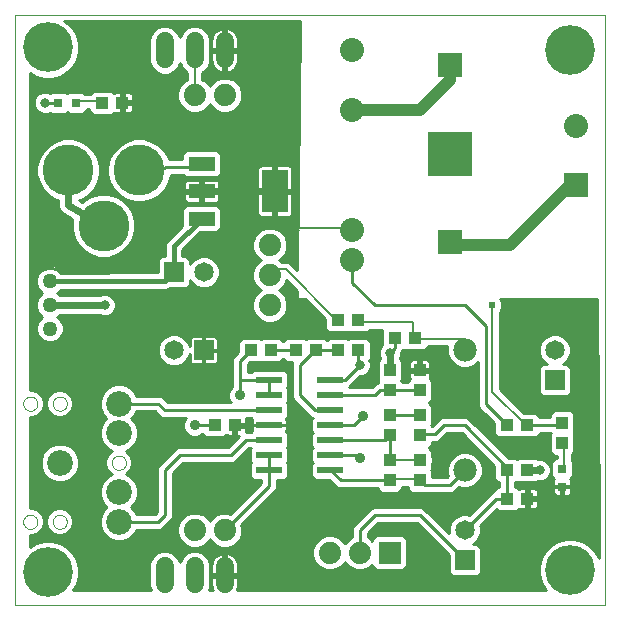
<source format=gtl>
G75*
G70*
%OFA0B0*%
%FSLAX24Y24*%
%IPPOS*%
%LPD*%
%AMOC8*
5,1,8,0,0,1.08239X$1,22.5*
%
%ADD10C,0.0000*%
%ADD11C,0.0800*%
%ADD12C,0.0740*%
%ADD13R,0.0433X0.0394*%
%ADD14C,0.0780*%
%ADD15R,0.0650X0.0650*%
%ADD16C,0.0650*%
%ADD17R,0.0394X0.0433*%
%ADD18C,0.0860*%
%ADD19R,0.0315X0.0315*%
%ADD20R,0.0740X0.0740*%
%ADD21C,0.1700*%
%ADD22R,0.0880X0.0480*%
%ADD23R,0.0866X0.1417*%
%ADD24C,0.0600*%
%ADD25C,0.0500*%
%ADD26R,0.0866X0.0236*%
%ADD27R,0.0800X0.0800*%
%ADD28R,0.0827X0.0827*%
%ADD29R,0.1502X0.1502*%
%ADD30C,0.0100*%
%ADD31C,0.0317*%
%ADD32C,0.0240*%
%ADD33C,0.0080*%
%ADD34C,0.0356*%
%ADD35C,0.0240*%
%ADD36C,0.0160*%
%ADD37C,0.1660*%
%ADD38C,0.0400*%
D10*
X001750Y000100D02*
X001750Y019785D01*
X021435Y019785D01*
X021435Y000100D01*
X001750Y000100D01*
X002030Y002881D02*
X002032Y002911D01*
X002038Y002941D01*
X002047Y002970D01*
X002060Y002997D01*
X002077Y003022D01*
X002096Y003045D01*
X002119Y003066D01*
X002144Y003083D01*
X002170Y003097D01*
X002199Y003107D01*
X002228Y003114D01*
X002258Y003117D01*
X002289Y003116D01*
X002319Y003111D01*
X002348Y003102D01*
X002375Y003090D01*
X002401Y003075D01*
X002425Y003056D01*
X002446Y003034D01*
X002464Y003010D01*
X002479Y002983D01*
X002490Y002955D01*
X002498Y002926D01*
X002502Y002896D01*
X002502Y002866D01*
X002498Y002836D01*
X002490Y002807D01*
X002479Y002779D01*
X002464Y002752D01*
X002446Y002728D01*
X002425Y002706D01*
X002401Y002687D01*
X002375Y002672D01*
X002348Y002660D01*
X002319Y002651D01*
X002289Y002646D01*
X002258Y002645D01*
X002228Y002648D01*
X002199Y002655D01*
X002170Y002665D01*
X002144Y002679D01*
X002119Y002696D01*
X002096Y002717D01*
X002077Y002740D01*
X002060Y002765D01*
X002047Y002792D01*
X002038Y002821D01*
X002032Y002851D01*
X002030Y002881D01*
X003014Y002881D02*
X003016Y002911D01*
X003022Y002941D01*
X003031Y002970D01*
X003044Y002997D01*
X003061Y003022D01*
X003080Y003045D01*
X003103Y003066D01*
X003128Y003083D01*
X003154Y003097D01*
X003183Y003107D01*
X003212Y003114D01*
X003242Y003117D01*
X003273Y003116D01*
X003303Y003111D01*
X003332Y003102D01*
X003359Y003090D01*
X003385Y003075D01*
X003409Y003056D01*
X003430Y003034D01*
X003448Y003010D01*
X003463Y002983D01*
X003474Y002955D01*
X003482Y002926D01*
X003486Y002896D01*
X003486Y002866D01*
X003482Y002836D01*
X003474Y002807D01*
X003463Y002779D01*
X003448Y002752D01*
X003430Y002728D01*
X003409Y002706D01*
X003385Y002687D01*
X003359Y002672D01*
X003332Y002660D01*
X003303Y002651D01*
X003273Y002646D01*
X003242Y002645D01*
X003212Y002648D01*
X003183Y002655D01*
X003154Y002665D01*
X003128Y002679D01*
X003103Y002696D01*
X003080Y002717D01*
X003061Y002740D01*
X003044Y002765D01*
X003031Y002792D01*
X003022Y002821D01*
X003016Y002851D01*
X003014Y002881D01*
X004983Y004850D02*
X004985Y004880D01*
X004991Y004910D01*
X005000Y004939D01*
X005013Y004966D01*
X005030Y004991D01*
X005049Y005014D01*
X005072Y005035D01*
X005097Y005052D01*
X005123Y005066D01*
X005152Y005076D01*
X005181Y005083D01*
X005211Y005086D01*
X005242Y005085D01*
X005272Y005080D01*
X005301Y005071D01*
X005328Y005059D01*
X005354Y005044D01*
X005378Y005025D01*
X005399Y005003D01*
X005417Y004979D01*
X005432Y004952D01*
X005443Y004924D01*
X005451Y004895D01*
X005455Y004865D01*
X005455Y004835D01*
X005451Y004805D01*
X005443Y004776D01*
X005432Y004748D01*
X005417Y004721D01*
X005399Y004697D01*
X005378Y004675D01*
X005354Y004656D01*
X005328Y004641D01*
X005301Y004629D01*
X005272Y004620D01*
X005242Y004615D01*
X005211Y004614D01*
X005181Y004617D01*
X005152Y004624D01*
X005123Y004634D01*
X005097Y004648D01*
X005072Y004665D01*
X005049Y004686D01*
X005030Y004709D01*
X005013Y004734D01*
X005000Y004761D01*
X004991Y004790D01*
X004985Y004820D01*
X004983Y004850D01*
X003014Y006819D02*
X003016Y006849D01*
X003022Y006879D01*
X003031Y006908D01*
X003044Y006935D01*
X003061Y006960D01*
X003080Y006983D01*
X003103Y007004D01*
X003128Y007021D01*
X003154Y007035D01*
X003183Y007045D01*
X003212Y007052D01*
X003242Y007055D01*
X003273Y007054D01*
X003303Y007049D01*
X003332Y007040D01*
X003359Y007028D01*
X003385Y007013D01*
X003409Y006994D01*
X003430Y006972D01*
X003448Y006948D01*
X003463Y006921D01*
X003474Y006893D01*
X003482Y006864D01*
X003486Y006834D01*
X003486Y006804D01*
X003482Y006774D01*
X003474Y006745D01*
X003463Y006717D01*
X003448Y006690D01*
X003430Y006666D01*
X003409Y006644D01*
X003385Y006625D01*
X003359Y006610D01*
X003332Y006598D01*
X003303Y006589D01*
X003273Y006584D01*
X003242Y006583D01*
X003212Y006586D01*
X003183Y006593D01*
X003154Y006603D01*
X003128Y006617D01*
X003103Y006634D01*
X003080Y006655D01*
X003061Y006678D01*
X003044Y006703D01*
X003031Y006730D01*
X003022Y006759D01*
X003016Y006789D01*
X003014Y006819D01*
X002030Y006819D02*
X002032Y006849D01*
X002038Y006879D01*
X002047Y006908D01*
X002060Y006935D01*
X002077Y006960D01*
X002096Y006983D01*
X002119Y007004D01*
X002144Y007021D01*
X002170Y007035D01*
X002199Y007045D01*
X002228Y007052D01*
X002258Y007055D01*
X002289Y007054D01*
X002319Y007049D01*
X002348Y007040D01*
X002375Y007028D01*
X002401Y007013D01*
X002425Y006994D01*
X002446Y006972D01*
X002464Y006948D01*
X002479Y006921D01*
X002490Y006893D01*
X002498Y006864D01*
X002502Y006834D01*
X002502Y006804D01*
X002498Y006774D01*
X002490Y006745D01*
X002479Y006717D01*
X002464Y006690D01*
X002446Y006666D01*
X002425Y006644D01*
X002401Y006625D01*
X002375Y006610D01*
X002348Y006598D01*
X002319Y006589D01*
X002289Y006584D01*
X002258Y006583D01*
X002228Y006586D01*
X002199Y006593D01*
X002170Y006603D01*
X002144Y006617D01*
X002119Y006634D01*
X002096Y006655D01*
X002077Y006678D01*
X002060Y006703D01*
X002047Y006730D01*
X002038Y006759D01*
X002032Y006789D01*
X002030Y006819D01*
D11*
X013000Y011596D03*
X013000Y012596D03*
X013000Y016596D03*
X013000Y018596D03*
X020450Y016069D03*
D12*
X010250Y012100D03*
X010250Y011100D03*
X010250Y010100D03*
X008750Y017100D03*
X007750Y017100D03*
X007750Y002600D03*
X008750Y002600D03*
X012250Y001850D03*
X013250Y001850D03*
D13*
X009085Y006100D03*
X008415Y006100D03*
X009615Y008600D03*
X010285Y008600D03*
X011115Y008600D03*
X011785Y008600D03*
X012515Y008600D03*
X013185Y008600D03*
X013185Y009600D03*
X012515Y009600D03*
X014415Y009000D03*
X015085Y009000D03*
X018165Y006100D03*
X018835Y006100D03*
X018835Y004600D03*
X018165Y004600D03*
X018165Y003650D03*
X018835Y003650D03*
X005335Y016850D03*
X004665Y016850D03*
D14*
X016750Y008600D03*
X016750Y004600D03*
D15*
X016750Y001600D03*
X019750Y007600D03*
X008050Y008600D03*
X007050Y011200D03*
D16*
X008050Y011200D03*
X007050Y008600D03*
X016750Y002600D03*
X019750Y008600D03*
D17*
X020000Y006185D03*
X020000Y005515D03*
X015250Y005765D03*
X015250Y006435D03*
X015250Y007265D03*
X015250Y007935D03*
X014250Y007935D03*
X014250Y007265D03*
X014250Y006435D03*
X014250Y005765D03*
X014250Y004935D03*
X014250Y004265D03*
X015250Y004265D03*
X015250Y004935D03*
D18*
X005219Y005834D03*
X005219Y006819D03*
X003250Y004850D03*
X005219Y003866D03*
X005219Y002881D03*
D19*
X020000Y004055D03*
X020000Y004645D03*
X003795Y016850D03*
X003205Y016850D03*
D20*
X014250Y001850D03*
D21*
X004713Y012750D03*
X005894Y014600D03*
X003531Y014600D03*
D22*
X007980Y014810D03*
X007980Y013900D03*
X007980Y012990D03*
D23*
X010420Y013900D03*
D24*
X008750Y018300D02*
X008750Y018900D01*
X007750Y018900D02*
X007750Y018300D01*
X006750Y018300D02*
X006750Y018900D01*
X006750Y001400D02*
X006750Y000800D01*
X007750Y000800D02*
X007750Y001400D01*
X008750Y001400D02*
X008750Y000800D01*
D25*
X002915Y009322D03*
X002915Y010110D03*
X002915Y010897D03*
D26*
X010226Y007600D03*
X010226Y007100D03*
X010226Y006600D03*
X010226Y006100D03*
X010226Y005600D03*
X010226Y005100D03*
X010226Y004600D03*
X012274Y004600D03*
X012274Y005100D03*
X012274Y005600D03*
X012274Y006100D03*
X012274Y006600D03*
X012274Y007100D03*
X012274Y007600D03*
D27*
X020450Y014100D03*
D28*
X016250Y012194D03*
X016250Y018100D03*
D29*
X016250Y015147D03*
D30*
X013000Y011596D02*
X013000Y010850D01*
X013750Y010100D01*
X016750Y010100D01*
X017450Y009400D01*
X017450Y006800D01*
X017550Y006700D01*
X017565Y006700D01*
X018165Y006100D01*
X017739Y006109D02*
X017109Y006109D01*
X017011Y006207D02*
X017691Y006207D01*
X017739Y006159D02*
X017429Y006469D01*
X017403Y006480D01*
X017330Y006553D01*
X017230Y006653D01*
X017190Y006748D01*
X017190Y008191D01*
X017090Y008091D01*
X016869Y008000D01*
X016631Y008000D01*
X016410Y008091D01*
X016241Y008260D01*
X016150Y008481D01*
X016150Y008719D01*
X016154Y008730D01*
X015511Y008730D01*
X015511Y008716D01*
X015388Y008593D01*
X014781Y008593D01*
X014750Y008624D01*
X014719Y008593D01*
X014667Y008593D01*
X014636Y008518D01*
X014618Y008501D01*
X014618Y008427D01*
X014580Y008334D01*
X014580Y008315D01*
X014657Y008238D01*
X014657Y007631D01*
X014626Y007600D01*
X014657Y007569D01*
X014657Y007525D01*
X014843Y007525D01*
X014843Y007569D01*
X014921Y007647D01*
X014913Y007660D01*
X014903Y007698D01*
X014903Y007886D01*
X015202Y007886D01*
X015202Y007983D01*
X015202Y008301D01*
X015033Y008301D01*
X014995Y008291D01*
X014961Y008271D01*
X014933Y008243D01*
X014913Y008209D01*
X014903Y008171D01*
X014903Y007983D01*
X015202Y007983D01*
X015298Y007983D01*
X015298Y008301D01*
X015467Y008301D01*
X015505Y008291D01*
X015539Y008271D01*
X015567Y008243D01*
X015587Y008209D01*
X015597Y008171D01*
X015597Y007983D01*
X015298Y007983D01*
X015298Y007886D01*
X015597Y007886D01*
X015597Y007698D01*
X015587Y007660D01*
X015579Y007647D01*
X015657Y007569D01*
X015657Y006962D01*
X015545Y006850D01*
X015657Y006738D01*
X015657Y006131D01*
X015626Y006100D01*
X015654Y006072D01*
X015903Y006320D01*
X015998Y006360D01*
X016802Y006360D01*
X016897Y006320D01*
X016970Y006247D01*
X018211Y005007D01*
X018469Y005007D01*
X018500Y004976D01*
X018531Y005007D01*
X019138Y005007D01*
X019177Y004968D01*
X019177Y004968D01*
X019323Y004968D01*
X019459Y004912D01*
X019562Y004809D01*
X019618Y004673D01*
X019618Y004527D01*
X019562Y004391D01*
X019459Y004288D01*
X019323Y004232D01*
X019177Y004232D01*
X019177Y004232D01*
X019138Y004193D01*
X018531Y004193D01*
X018500Y004224D01*
X018469Y004193D01*
X018425Y004193D01*
X018425Y004057D01*
X018469Y004057D01*
X018547Y003979D01*
X018560Y003987D01*
X018598Y003997D01*
X018786Y003997D01*
X018786Y003698D01*
X018883Y003698D01*
X019201Y003698D01*
X019201Y003867D01*
X019191Y003905D01*
X019171Y003939D01*
X019143Y003967D01*
X019109Y003987D01*
X019071Y003997D01*
X018883Y003997D01*
X018883Y003698D01*
X018883Y003602D01*
X019201Y003602D01*
X019201Y003433D01*
X019191Y003395D01*
X019171Y003361D01*
X019143Y003333D01*
X019109Y003313D01*
X019071Y003303D01*
X018883Y003303D01*
X018883Y003602D01*
X018786Y003602D01*
X018786Y003303D01*
X018598Y003303D01*
X018560Y003313D01*
X018547Y003321D01*
X018469Y003243D01*
X017862Y003243D01*
X017811Y003294D01*
X017267Y002749D01*
X017285Y002706D01*
X017285Y002494D01*
X017204Y002297D01*
X017053Y002146D01*
X017025Y002135D01*
X017162Y002135D01*
X017285Y002012D01*
X017285Y001188D01*
X017162Y001065D01*
X016338Y001065D01*
X016215Y001188D01*
X016215Y001767D01*
X015142Y002840D01*
X013858Y002840D01*
X013510Y002492D01*
X013510Y002370D01*
X013579Y002342D01*
X013670Y002250D01*
X013670Y002307D01*
X013793Y002430D01*
X014707Y002430D01*
X014830Y002307D01*
X014830Y001393D01*
X014707Y001270D01*
X013793Y001270D01*
X013670Y001393D01*
X013670Y001450D01*
X013579Y001358D01*
X013365Y001270D01*
X013135Y001270D01*
X012921Y001358D01*
X012758Y001521D01*
X012750Y001541D01*
X012742Y001521D01*
X012579Y001358D01*
X012365Y001270D01*
X012135Y001270D01*
X011921Y001358D01*
X011758Y001521D01*
X011670Y001735D01*
X011670Y001965D01*
X011758Y002179D01*
X011921Y002342D01*
X012135Y002430D01*
X012365Y002430D01*
X012579Y002342D01*
X012742Y002179D01*
X012750Y002159D01*
X012758Y002179D01*
X012921Y002342D01*
X012990Y002370D01*
X012990Y002652D01*
X013030Y002747D01*
X013530Y003247D01*
X013603Y003320D01*
X013698Y003360D01*
X015302Y003360D01*
X015397Y003320D01*
X016215Y002503D01*
X016215Y002706D01*
X016296Y002903D01*
X016447Y003054D01*
X016644Y003135D01*
X016856Y003135D01*
X016899Y003117D01*
X017653Y003870D01*
X017739Y003906D01*
X017739Y003934D01*
X017862Y004057D01*
X017905Y004057D01*
X017905Y004193D01*
X017862Y004193D01*
X017739Y004316D01*
X017739Y004743D01*
X016642Y005840D01*
X016158Y005840D01*
X015970Y005653D01*
X015897Y005580D01*
X015802Y005540D01*
X015657Y005540D01*
X015657Y005462D01*
X015545Y005350D01*
X015657Y005238D01*
X015657Y005046D01*
X015660Y005039D01*
X015678Y004997D01*
X015679Y004993D01*
X015680Y004990D01*
X015680Y004944D01*
X015681Y004898D01*
X015680Y004894D01*
X015680Y004890D01*
X015662Y004848D01*
X015657Y004833D01*
X015657Y004631D01*
X015626Y004600D01*
X015657Y004569D01*
X015657Y004410D01*
X015666Y004396D01*
X015671Y004372D01*
X015676Y004360D01*
X016142Y004360D01*
X016183Y004401D01*
X016150Y004481D01*
X016150Y004719D01*
X016241Y004940D01*
X016410Y005109D01*
X016631Y005200D01*
X016869Y005200D01*
X017090Y005109D01*
X017259Y004940D01*
X017350Y004719D01*
X017350Y004481D01*
X017259Y004260D01*
X017090Y004091D01*
X016869Y004000D01*
X016631Y004000D01*
X016551Y004033D01*
X016470Y003953D01*
X016397Y003880D01*
X016302Y003840D01*
X015535Y003840D01*
X015534Y003839D01*
X014966Y003839D01*
X014843Y003962D01*
X014843Y004050D01*
X014657Y004050D01*
X014657Y003962D01*
X014534Y003839D01*
X013966Y003839D01*
X013843Y003962D01*
X013843Y004005D01*
X012557Y004005D01*
X012461Y004045D01*
X012388Y004118D01*
X012234Y004272D01*
X011754Y004272D01*
X011631Y004395D01*
X011631Y004805D01*
X011675Y004850D01*
X011631Y004895D01*
X011631Y005305D01*
X011675Y005350D01*
X011631Y005395D01*
X011631Y005805D01*
X011675Y005850D01*
X011631Y005895D01*
X011631Y006305D01*
X011675Y006350D01*
X011603Y006380D01*
X011530Y006453D01*
X011030Y006953D01*
X010990Y007048D01*
X010990Y008152D01*
X011007Y008193D01*
X010812Y008193D01*
X010700Y008305D01*
X010588Y008193D01*
X009981Y008193D01*
X009950Y008224D01*
X009919Y008193D01*
X009576Y008193D01*
X009510Y008127D01*
X009510Y007860D01*
X009638Y007860D01*
X009706Y007928D01*
X010746Y007928D01*
X010869Y007805D01*
X010869Y007395D01*
X010825Y007350D01*
X010869Y007305D01*
X010869Y006895D01*
X010825Y006850D01*
X010869Y006805D01*
X010869Y006395D01*
X010781Y006307D01*
X010799Y006276D01*
X010809Y006238D01*
X010809Y006109D01*
X010235Y006109D01*
X010235Y006091D01*
X010809Y006091D01*
X010809Y005962D01*
X010799Y005924D01*
X010781Y005893D01*
X010869Y005805D01*
X010869Y005395D01*
X010825Y005350D01*
X010869Y005305D01*
X010869Y004895D01*
X010825Y004850D01*
X010869Y004805D01*
X010869Y004395D01*
X010746Y004272D01*
X010486Y004272D01*
X010486Y004025D01*
X010447Y003929D01*
X010374Y003856D01*
X009302Y002784D01*
X009330Y002715D01*
X009330Y002485D01*
X009242Y002271D01*
X009079Y002108D01*
X008865Y002020D01*
X008635Y002020D01*
X008421Y002108D01*
X008258Y002271D01*
X008250Y002291D01*
X008242Y002271D01*
X008079Y002108D01*
X007865Y002020D01*
X007635Y002020D01*
X007421Y002108D01*
X007258Y002271D01*
X007170Y002485D01*
X007170Y002715D01*
X007258Y002929D01*
X007421Y003092D01*
X007635Y003180D01*
X007865Y003180D01*
X008079Y003092D01*
X008242Y002929D01*
X008250Y002909D01*
X008258Y002929D01*
X008421Y003092D01*
X008635Y003180D01*
X008865Y003180D01*
X008934Y003152D01*
X009966Y004184D01*
X009966Y004272D01*
X009706Y004272D01*
X009583Y004395D01*
X009583Y004805D01*
X009628Y004850D01*
X009583Y004895D01*
X009583Y005305D01*
X009618Y005340D01*
X009558Y005340D01*
X009170Y004953D01*
X009097Y004880D01*
X009002Y004840D01*
X007358Y004840D01*
X007010Y004492D01*
X007010Y003048D01*
X006970Y002953D01*
X006752Y002734D01*
X006679Y002661D01*
X006583Y002621D01*
X005804Y002621D01*
X005761Y002519D01*
X005581Y002339D01*
X005346Y002241D01*
X005091Y002241D01*
X004856Y002339D01*
X004676Y002519D01*
X004579Y002754D01*
X004579Y003009D01*
X004676Y003244D01*
X004806Y003374D01*
X004676Y003503D01*
X004579Y003738D01*
X004579Y003993D01*
X004676Y004228D01*
X004856Y004408D01*
X004987Y004463D01*
X004966Y004472D01*
X004840Y004597D01*
X004772Y004761D01*
X004772Y004939D01*
X004840Y005103D01*
X004966Y005228D01*
X004987Y005237D01*
X004856Y005292D01*
X004676Y005472D01*
X004579Y005707D01*
X004579Y005962D01*
X004676Y006197D01*
X004806Y006326D01*
X004676Y006456D01*
X004579Y006691D01*
X004579Y006946D01*
X004676Y007181D01*
X004856Y007361D01*
X005091Y007459D01*
X005346Y007459D01*
X005581Y007361D01*
X005761Y007181D01*
X005804Y007079D01*
X006583Y007079D01*
X006679Y007039D01*
X006752Y006966D01*
X006752Y006966D01*
X006858Y006860D01*
X008941Y006860D01*
X008921Y006880D01*
X008862Y007023D01*
X008862Y007177D01*
X008921Y007320D01*
X008990Y007389D01*
X005514Y007389D01*
X005652Y007291D02*
X008909Y007291D01*
X008868Y007192D02*
X005750Y007192D01*
X005797Y007094D02*
X008862Y007094D01*
X008873Y006995D02*
X006723Y006995D01*
X006821Y006897D02*
X008914Y006897D01*
X009250Y007100D02*
X009250Y007600D01*
X009250Y008235D01*
X009615Y008600D01*
X009560Y008177D02*
X011000Y008177D01*
X010990Y008079D02*
X009510Y008079D01*
X009510Y007980D02*
X010990Y007980D01*
X010990Y007882D02*
X010793Y007882D01*
X010869Y007783D02*
X010990Y007783D01*
X010990Y007685D02*
X010869Y007685D01*
X010869Y007586D02*
X010990Y007586D01*
X010990Y007488D02*
X010869Y007488D01*
X010864Y007389D02*
X010990Y007389D01*
X010990Y007291D02*
X010869Y007291D01*
X010869Y007192D02*
X010990Y007192D01*
X010990Y007094D02*
X010869Y007094D01*
X010869Y006995D02*
X011012Y006995D01*
X011086Y006897D02*
X010869Y006897D01*
X010869Y006798D02*
X011184Y006798D01*
X011283Y006700D02*
X010869Y006700D01*
X010869Y006601D02*
X011381Y006601D01*
X011480Y006503D02*
X010869Y006503D01*
X010869Y006404D02*
X011578Y006404D01*
X011631Y006306D02*
X010782Y006306D01*
X010809Y006207D02*
X011631Y006207D01*
X011631Y006109D02*
X010235Y006109D01*
X010217Y006109D02*
X010217Y006091D01*
X009643Y006091D01*
X009643Y005962D01*
X009654Y005924D01*
X009671Y005893D01*
X009638Y005860D01*
X009445Y005860D01*
X009451Y005883D01*
X009451Y006052D01*
X009133Y006052D01*
X009133Y006148D01*
X009451Y006148D01*
X009451Y006317D01*
X009445Y006340D01*
X009638Y006340D01*
X009671Y006307D01*
X009654Y006276D01*
X009643Y006238D01*
X009643Y006109D01*
X010217Y006109D01*
X009133Y006109D01*
X009133Y006052D02*
X009133Y005753D01*
X009235Y005753D01*
X008842Y005360D01*
X007198Y005360D01*
X007103Y005320D01*
X006603Y004820D01*
X006530Y004747D01*
X006490Y004652D01*
X006490Y003208D01*
X006424Y003141D01*
X005804Y003141D01*
X005761Y003244D01*
X005631Y003374D01*
X005761Y003503D01*
X005859Y003738D01*
X005859Y003993D01*
X005761Y004228D01*
X005581Y004408D01*
X005450Y004463D01*
X005471Y004472D01*
X005597Y004597D01*
X005665Y004761D01*
X005665Y004939D01*
X005597Y005103D01*
X005471Y005228D01*
X005450Y005237D01*
X005581Y005292D01*
X005761Y005472D01*
X005859Y005707D01*
X005859Y005962D01*
X005761Y006197D01*
X005631Y006326D01*
X005761Y006456D01*
X005804Y006559D01*
X006424Y006559D01*
X006530Y006453D01*
X006530Y006453D01*
X006603Y006380D01*
X006698Y006340D01*
X007441Y006340D01*
X007421Y006320D01*
X007362Y006177D01*
X007362Y006023D01*
X007421Y005880D01*
X007530Y005771D01*
X007673Y005712D01*
X007827Y005712D01*
X007970Y005771D01*
X008002Y005803D01*
X008112Y005693D01*
X008719Y005693D01*
X008797Y005771D01*
X008810Y005763D01*
X008848Y005753D01*
X009036Y005753D01*
X009036Y006052D01*
X009133Y006052D01*
X009133Y006010D02*
X009036Y006010D01*
X009036Y005912D02*
X009133Y005912D01*
X009133Y005813D02*
X009036Y005813D01*
X009197Y005715D02*
X008740Y005715D01*
X008901Y005419D02*
X005708Y005419D01*
X005780Y005518D02*
X009000Y005518D01*
X009098Y005616D02*
X005821Y005616D01*
X005859Y005715D02*
X007666Y005715D01*
X007834Y005715D02*
X008090Y005715D01*
X008415Y006100D02*
X007750Y006100D01*
X007488Y005813D02*
X005859Y005813D01*
X005859Y005912D02*
X007408Y005912D01*
X007367Y006010D02*
X005838Y006010D01*
X005798Y006109D02*
X007362Y006109D01*
X007374Y006207D02*
X005751Y006207D01*
X005652Y006306D02*
X007415Y006306D01*
X006750Y006600D02*
X006531Y006819D01*
X005219Y006819D01*
X004785Y007291D02*
X002250Y007291D01*
X002250Y007265D02*
X002250Y017840D01*
X002455Y017721D01*
X002719Y017651D01*
X002993Y017651D01*
X003258Y017721D01*
X003495Y017858D01*
X003688Y018052D01*
X003825Y018289D01*
X003896Y018554D01*
X003896Y018827D01*
X003825Y019092D01*
X003688Y019329D01*
X003495Y019523D01*
X003404Y019575D01*
X011250Y019575D01*
X011161Y011283D01*
X011002Y011442D01*
X010932Y011512D01*
X010840Y011550D01*
X010620Y011550D01*
X010579Y011592D01*
X010559Y011600D01*
X010579Y011608D01*
X010742Y011771D01*
X010830Y011985D01*
X010830Y012215D01*
X010742Y012429D01*
X010579Y012592D01*
X010365Y012680D01*
X010135Y012680D01*
X009921Y012592D01*
X009758Y012429D01*
X009670Y012215D01*
X009670Y011985D01*
X009758Y011771D01*
X009921Y011608D01*
X009941Y011600D01*
X009921Y011592D01*
X009758Y011429D01*
X009670Y011215D01*
X009670Y010985D01*
X009758Y010771D01*
X009921Y010608D01*
X009941Y010600D01*
X009921Y010592D01*
X009758Y010429D01*
X009670Y010215D01*
X009670Y009985D01*
X009758Y009771D01*
X009921Y009608D01*
X010135Y009520D01*
X010365Y009520D01*
X010579Y009608D01*
X010742Y009771D01*
X010830Y009985D01*
X010830Y010215D01*
X010742Y010429D01*
X010579Y010592D01*
X010559Y010600D01*
X010579Y010608D01*
X010742Y010771D01*
X010807Y010929D01*
X011153Y010583D01*
X011150Y010300D01*
X011436Y010300D01*
X012089Y009648D01*
X012089Y009316D01*
X012212Y009193D01*
X012819Y009193D01*
X012850Y009224D01*
X012881Y009193D01*
X013488Y009193D01*
X013585Y009290D01*
X013995Y009290D01*
X013989Y009284D01*
X013989Y008760D01*
X013938Y008709D01*
X013882Y008573D01*
X013882Y008427D01*
X013920Y008334D01*
X013920Y008315D01*
X013843Y008238D01*
X013843Y007631D01*
X013874Y007600D01*
X013843Y007569D01*
X013843Y007517D01*
X013768Y007486D01*
X013642Y007360D01*
X012882Y007360D01*
X012917Y007395D01*
X012917Y007399D01*
X013249Y007732D01*
X013323Y007732D01*
X013459Y007788D01*
X013562Y007891D01*
X013618Y008027D01*
X013618Y008173D01*
X013574Y008279D01*
X013611Y008316D01*
X013611Y008884D01*
X013488Y009007D01*
X012881Y009007D01*
X012850Y008976D01*
X012819Y009007D01*
X012212Y009007D01*
X012150Y008945D01*
X012088Y009007D01*
X011481Y009007D01*
X011450Y008976D01*
X011419Y009007D01*
X010812Y009007D01*
X010700Y008895D01*
X010588Y009007D01*
X009981Y009007D01*
X009950Y008976D01*
X009919Y009007D01*
X009312Y009007D01*
X009189Y008884D01*
X009189Y008541D01*
X009030Y008382D01*
X008990Y008286D01*
X008990Y007389D01*
X008990Y007488D02*
X002250Y007488D01*
X002250Y007586D02*
X008990Y007586D01*
X008990Y007685D02*
X002250Y007685D01*
X002250Y007783D02*
X008990Y007783D01*
X008990Y007882D02*
X002250Y007882D01*
X002250Y007980D02*
X008990Y007980D01*
X008990Y008079D02*
X007189Y008079D01*
X007156Y008065D02*
X007353Y008146D01*
X007504Y008297D01*
X007575Y008469D01*
X007575Y008255D01*
X007585Y008217D01*
X007605Y008183D01*
X007633Y008155D01*
X007667Y008135D01*
X007705Y008125D01*
X008031Y008125D01*
X008031Y008581D01*
X008069Y008581D01*
X008069Y008619D01*
X008525Y008619D01*
X008525Y008945D01*
X008515Y008983D01*
X008495Y009017D01*
X008467Y009045D01*
X008433Y009065D01*
X008395Y009075D01*
X008069Y009075D01*
X008069Y008619D01*
X008031Y008619D01*
X008031Y009075D01*
X007705Y009075D01*
X007667Y009065D01*
X007633Y009045D01*
X007605Y009017D01*
X007585Y008983D01*
X007575Y008945D01*
X007575Y008731D01*
X007504Y008903D01*
X007353Y009054D01*
X007156Y009135D01*
X006944Y009135D01*
X006747Y009054D01*
X006596Y008903D01*
X006515Y008706D01*
X006515Y008494D01*
X006596Y008297D01*
X006747Y008146D01*
X006944Y008065D01*
X007156Y008065D01*
X006911Y008079D02*
X002250Y008079D01*
X002250Y008177D02*
X006716Y008177D01*
X006618Y008276D02*
X002250Y008276D01*
X002250Y008374D02*
X006565Y008374D01*
X006524Y008473D02*
X002250Y008473D01*
X002250Y008571D02*
X006515Y008571D01*
X006515Y008670D02*
X002250Y008670D01*
X002250Y008768D02*
X006541Y008768D01*
X006581Y008867D02*
X003017Y008867D01*
X003007Y008862D02*
X003176Y008932D01*
X003305Y009062D01*
X003375Y009231D01*
X003375Y009414D01*
X003305Y009583D01*
X003176Y009712D01*
X003167Y009716D01*
X003176Y009720D01*
X003234Y009778D01*
X004582Y009771D01*
X004677Y009732D01*
X004823Y009732D01*
X004959Y009788D01*
X005062Y009891D01*
X005118Y010027D01*
X005118Y010173D01*
X005062Y010309D01*
X004959Y010412D01*
X004823Y010468D01*
X004677Y010468D01*
X004586Y010431D01*
X003238Y010438D01*
X003176Y010500D01*
X003167Y010504D01*
X003176Y010507D01*
X003277Y010608D01*
X006760Y010620D01*
X006818Y010620D01*
X006818Y010620D01*
X006818Y010620D01*
X006871Y010642D01*
X006924Y010664D01*
X006924Y010664D01*
X006925Y010665D01*
X007462Y010665D01*
X007585Y010788D01*
X007585Y010925D01*
X007596Y010897D01*
X007747Y010746D01*
X007944Y010665D01*
X008156Y010665D01*
X008353Y010746D01*
X008504Y010897D01*
X008585Y011094D01*
X008585Y011306D01*
X008504Y011503D01*
X008353Y011654D01*
X008156Y011735D01*
X007944Y011735D01*
X007747Y011654D01*
X007596Y011503D01*
X007585Y011475D01*
X007585Y011612D01*
X007462Y011735D01*
X007340Y011735D01*
X007340Y011940D01*
X007940Y012540D01*
X008507Y012540D01*
X008630Y012663D01*
X008630Y013317D01*
X008507Y013440D01*
X007453Y013440D01*
X007330Y013317D01*
X007330Y012750D01*
X006804Y012224D01*
X006760Y012118D01*
X006760Y011735D01*
X006638Y011735D01*
X006515Y011612D01*
X006515Y011199D01*
X003275Y011188D01*
X003176Y011287D01*
X003007Y011357D01*
X002824Y011357D01*
X002655Y011287D01*
X002525Y011158D01*
X002455Y010989D01*
X002455Y010806D01*
X002525Y010637D01*
X002655Y010507D01*
X002664Y010504D01*
X002655Y010500D01*
X002525Y010370D01*
X002455Y010201D01*
X002455Y010018D01*
X002525Y009849D01*
X002655Y009720D01*
X002664Y009716D01*
X002655Y009712D01*
X002525Y009583D01*
X002455Y009414D01*
X002455Y009231D01*
X002525Y009062D01*
X002655Y008932D01*
X002824Y008862D01*
X003007Y008862D01*
X002814Y008867D02*
X002250Y008867D01*
X002250Y008965D02*
X002622Y008965D01*
X002525Y009064D02*
X002250Y009064D01*
X002250Y009162D02*
X002484Y009162D01*
X002455Y009261D02*
X002250Y009261D01*
X002250Y009359D02*
X002455Y009359D01*
X002473Y009458D02*
X002250Y009458D01*
X002250Y009556D02*
X002514Y009556D01*
X002597Y009655D02*
X002250Y009655D01*
X002250Y009753D02*
X002622Y009753D01*
X002524Y009852D02*
X002250Y009852D01*
X002250Y009950D02*
X002484Y009950D01*
X002455Y010049D02*
X002250Y010049D01*
X002250Y010147D02*
X002455Y010147D01*
X002474Y010246D02*
X002250Y010246D01*
X002250Y010344D02*
X002514Y010344D01*
X002598Y010443D02*
X002250Y010443D01*
X002250Y010541D02*
X002621Y010541D01*
X002524Y010640D02*
X002250Y010640D01*
X002250Y010738D02*
X002483Y010738D01*
X002455Y010837D02*
X002250Y010837D01*
X002250Y010935D02*
X002455Y010935D01*
X002474Y011034D02*
X002250Y011034D01*
X002250Y011132D02*
X002515Y011132D01*
X002598Y011231D02*
X002250Y011231D01*
X002250Y011329D02*
X002756Y011329D01*
X003075Y011329D02*
X006515Y011329D01*
X006515Y011231D02*
X003233Y011231D01*
X003210Y010541D02*
X009871Y010541D01*
X009890Y010640D02*
X006865Y010640D01*
X006925Y010665D02*
X006925Y010665D01*
X007535Y010738D02*
X007767Y010738D01*
X007657Y010837D02*
X007585Y010837D01*
X007585Y011526D02*
X007619Y011526D01*
X007572Y011625D02*
X007718Y011625D01*
X007915Y011723D02*
X007474Y011723D01*
X007340Y011822D02*
X009738Y011822D01*
X009697Y011920D02*
X007340Y011920D01*
X007419Y012019D02*
X009670Y012019D01*
X009670Y012117D02*
X007517Y012117D01*
X007616Y012216D02*
X009670Y012216D01*
X009711Y012314D02*
X007714Y012314D01*
X007813Y012413D02*
X009752Y012413D01*
X009841Y012511D02*
X007911Y012511D01*
X007330Y012807D02*
X005773Y012807D01*
X005773Y012889D02*
X005773Y012610D01*
X005700Y012340D01*
X005561Y012099D01*
X005363Y011901D01*
X005122Y011762D01*
X004852Y011690D01*
X004573Y011690D01*
X004303Y011762D01*
X004062Y011901D01*
X003864Y012099D01*
X003725Y012340D01*
X003653Y012610D01*
X003653Y012889D01*
X003674Y012968D01*
X003385Y013134D01*
X003345Y013151D01*
X003329Y013167D01*
X003310Y013178D01*
X003283Y013213D01*
X003252Y013244D01*
X003243Y013264D01*
X003230Y013282D01*
X003218Y013324D01*
X003201Y013365D01*
X003201Y013387D01*
X003196Y013409D01*
X003201Y013452D01*
X003201Y013591D01*
X003122Y013612D01*
X002881Y013752D01*
X002683Y013949D01*
X002544Y014191D01*
X002471Y014460D01*
X002471Y014740D01*
X002544Y015009D01*
X002683Y015251D01*
X002881Y015448D01*
X003122Y015588D01*
X003392Y015660D01*
X003671Y015660D01*
X003941Y015588D01*
X004182Y015448D01*
X004380Y015251D01*
X004519Y015009D01*
X004591Y014740D01*
X004591Y014460D01*
X004519Y014191D01*
X004380Y013949D01*
X004182Y013752D01*
X003941Y013612D01*
X003897Y013601D01*
X004003Y013539D01*
X004062Y013598D01*
X004303Y013737D01*
X004573Y013810D01*
X004852Y013810D01*
X005122Y013737D01*
X005363Y013598D01*
X005561Y013400D01*
X005700Y013159D01*
X005773Y012889D01*
X005768Y012905D02*
X007330Y012905D01*
X007330Y013004D02*
X005742Y013004D01*
X005716Y013102D02*
X007330Y013102D01*
X007330Y013201D02*
X005676Y013201D01*
X005619Y013299D02*
X007330Y013299D01*
X007411Y013398D02*
X005563Y013398D01*
X005465Y013496D02*
X009837Y013496D01*
X009837Y013398D02*
X008549Y013398D01*
X008630Y013299D02*
X009837Y013299D01*
X009837Y013201D02*
X008630Y013201D01*
X008630Y013102D02*
X009865Y013102D01*
X009867Y013099D02*
X009895Y013071D01*
X009929Y013052D01*
X009967Y013041D01*
X010370Y013041D01*
X010370Y013850D01*
X009837Y013850D01*
X009837Y013172D01*
X009847Y013133D01*
X009867Y013099D01*
X009837Y013595D02*
X008555Y013595D01*
X008560Y013602D02*
X008570Y013640D01*
X008570Y013850D01*
X008030Y013850D01*
X008030Y013950D01*
X007930Y013950D01*
X007930Y014290D01*
X007520Y014290D01*
X007482Y014280D01*
X007448Y014260D01*
X007420Y014232D01*
X007400Y014198D01*
X007390Y014160D01*
X007390Y013950D01*
X007930Y013950D01*
X007930Y013850D01*
X008030Y013850D01*
X008030Y013510D01*
X008440Y013510D01*
X008478Y013520D01*
X008512Y013540D01*
X008540Y013568D01*
X008560Y013602D01*
X008570Y013693D02*
X009837Y013693D01*
X009837Y013792D02*
X008570Y013792D01*
X008570Y013950D02*
X008570Y014160D01*
X008560Y014198D01*
X008540Y014232D01*
X008512Y014260D01*
X008478Y014280D01*
X008440Y014290D01*
X008030Y014290D01*
X008030Y013950D01*
X008570Y013950D01*
X008570Y013989D02*
X009837Y013989D01*
X009837Y013950D02*
X010370Y013950D01*
X010370Y013850D01*
X010470Y013850D01*
X010470Y013041D01*
X010873Y013041D01*
X010911Y013052D01*
X010945Y013071D01*
X010973Y013099D01*
X010993Y013133D01*
X011003Y013172D01*
X011003Y013850D01*
X010470Y013850D01*
X010470Y013950D01*
X010370Y013950D01*
X010370Y014759D01*
X009967Y014759D01*
X009929Y014748D01*
X009895Y014729D01*
X009867Y014701D01*
X009847Y014667D01*
X009837Y014628D01*
X009837Y013950D01*
X009837Y014087D02*
X008570Y014087D01*
X008563Y014186D02*
X009837Y014186D01*
X009837Y014284D02*
X008462Y014284D01*
X008507Y014360D02*
X008630Y014483D01*
X008630Y015137D01*
X008507Y015260D01*
X007453Y015260D01*
X007330Y015137D01*
X007330Y014960D01*
X006895Y014960D01*
X006881Y015009D01*
X006742Y015251D01*
X006545Y015448D01*
X006303Y015588D01*
X006033Y015660D01*
X005754Y015660D01*
X005485Y015588D01*
X005243Y015448D01*
X005045Y015251D01*
X004906Y015009D01*
X004834Y014740D01*
X004834Y014460D01*
X004906Y014191D01*
X005045Y013949D01*
X005243Y013752D01*
X005485Y013612D01*
X005754Y013540D01*
X006033Y013540D01*
X006303Y013612D01*
X006545Y013752D01*
X006742Y013949D01*
X006881Y014191D01*
X006948Y014440D01*
X007373Y014440D01*
X007453Y014360D01*
X008507Y014360D01*
X008530Y014383D02*
X009837Y014383D01*
X009837Y014481D02*
X008628Y014481D01*
X008630Y014580D02*
X009837Y014580D01*
X009854Y014678D02*
X008630Y014678D01*
X008630Y014777D02*
X011198Y014777D01*
X011199Y014875D02*
X008630Y014875D01*
X008630Y014974D02*
X011200Y014974D01*
X011201Y015072D02*
X008630Y015072D01*
X008596Y015171D02*
X011202Y015171D01*
X011203Y015269D02*
X006724Y015269D01*
X006788Y015171D02*
X007364Y015171D01*
X007330Y015072D02*
X006845Y015072D01*
X006891Y014974D02*
X007330Y014974D01*
X006850Y014700D02*
X006250Y014600D01*
X005894Y014600D01*
X005105Y013890D02*
X004321Y013890D01*
X004402Y013989D02*
X005023Y013989D01*
X004966Y014087D02*
X004459Y014087D01*
X004516Y014186D02*
X004909Y014186D01*
X004881Y014284D02*
X004544Y014284D01*
X004571Y014383D02*
X004855Y014383D01*
X004834Y014481D02*
X004591Y014481D01*
X004591Y014580D02*
X004834Y014580D01*
X004834Y014678D02*
X004591Y014678D01*
X004582Y014777D02*
X004844Y014777D01*
X004870Y014875D02*
X004555Y014875D01*
X004529Y014974D02*
X004896Y014974D01*
X004942Y015072D02*
X004483Y015072D01*
X004426Y015171D02*
X004999Y015171D01*
X005064Y015269D02*
X004362Y015269D01*
X004263Y015368D02*
X005162Y015368D01*
X005274Y015466D02*
X004151Y015466D01*
X003981Y015565D02*
X005444Y015565D01*
X006343Y015565D02*
X011207Y015565D01*
X011208Y015663D02*
X002250Y015663D01*
X002250Y015565D02*
X003082Y015565D01*
X002912Y015466D02*
X002250Y015466D01*
X002250Y015368D02*
X002800Y015368D01*
X002701Y015269D02*
X002250Y015269D01*
X002250Y015171D02*
X002637Y015171D01*
X002580Y015072D02*
X002250Y015072D01*
X002250Y014974D02*
X002534Y014974D01*
X002508Y014875D02*
X002250Y014875D01*
X002250Y014777D02*
X002481Y014777D01*
X002471Y014678D02*
X002250Y014678D01*
X002250Y014580D02*
X002471Y014580D01*
X002471Y014481D02*
X002250Y014481D01*
X002250Y014383D02*
X002492Y014383D01*
X002519Y014284D02*
X002250Y014284D01*
X002250Y014186D02*
X002547Y014186D01*
X002604Y014087D02*
X002250Y014087D01*
X002250Y013989D02*
X002661Y013989D01*
X002742Y013890D02*
X002250Y013890D01*
X002250Y013792D02*
X002841Y013792D01*
X002982Y013693D02*
X002250Y013693D01*
X002250Y013595D02*
X003188Y013595D01*
X003201Y013496D02*
X002250Y013496D01*
X002250Y013398D02*
X003199Y013398D01*
X003225Y013299D02*
X002250Y013299D01*
X002250Y013201D02*
X003292Y013201D01*
X003441Y013102D02*
X002250Y013102D01*
X002250Y013004D02*
X003612Y013004D01*
X003657Y012905D02*
X002250Y012905D01*
X002250Y012807D02*
X003653Y012807D01*
X003653Y012708D02*
X002250Y012708D01*
X002250Y012610D02*
X003653Y012610D01*
X003679Y012511D02*
X002250Y012511D01*
X002250Y012413D02*
X003706Y012413D01*
X003740Y012314D02*
X002250Y012314D01*
X002250Y012216D02*
X003797Y012216D01*
X003854Y012117D02*
X002250Y012117D01*
X002250Y012019D02*
X003945Y012019D01*
X004043Y011920D02*
X002250Y011920D01*
X002250Y011822D02*
X004200Y011822D01*
X004448Y011723D02*
X002250Y011723D01*
X002250Y011625D02*
X006528Y011625D01*
X006515Y011526D02*
X002250Y011526D01*
X002250Y011428D02*
X006515Y011428D01*
X006626Y011723D02*
X004977Y011723D01*
X005225Y011822D02*
X006760Y011822D01*
X006760Y011920D02*
X005382Y011920D01*
X005481Y012019D02*
X006760Y012019D01*
X006760Y012117D02*
X005571Y012117D01*
X005628Y012216D02*
X006801Y012216D01*
X006894Y012314D02*
X005685Y012314D01*
X005720Y012413D02*
X006992Y012413D01*
X007091Y012511D02*
X005746Y012511D01*
X005772Y012610D02*
X007189Y012610D01*
X007288Y012708D02*
X005773Y012708D01*
X005551Y013595D02*
X005367Y013595D01*
X005345Y013693D02*
X005199Y013693D01*
X005203Y013792D02*
X004920Y013792D01*
X004506Y013792D02*
X004222Y013792D01*
X004227Y013693D02*
X004081Y013693D01*
X004058Y013595D02*
X003908Y013595D01*
X006237Y013595D02*
X007405Y013595D01*
X007400Y013602D02*
X007420Y013568D01*
X007448Y013540D01*
X007482Y013520D01*
X007520Y013510D01*
X007930Y013510D01*
X007930Y013850D01*
X007390Y013850D01*
X007390Y013640D01*
X007400Y013602D01*
X007390Y013693D02*
X006443Y013693D01*
X006584Y013792D02*
X007390Y013792D01*
X007390Y013989D02*
X006765Y013989D01*
X006822Y014087D02*
X007390Y014087D01*
X007397Y014186D02*
X006878Y014186D01*
X006906Y014284D02*
X007498Y014284D01*
X007430Y014383D02*
X006933Y014383D01*
X006850Y014700D02*
X007870Y014700D01*
X007980Y014810D01*
X007930Y014284D02*
X008030Y014284D01*
X008030Y014186D02*
X007930Y014186D01*
X007930Y014087D02*
X008030Y014087D01*
X008030Y013989D02*
X007930Y013989D01*
X007930Y013890D02*
X006683Y013890D01*
X007930Y013792D02*
X008030Y013792D01*
X008030Y013890D02*
X010370Y013890D01*
X010370Y013792D02*
X010470Y013792D01*
X010470Y013890D02*
X011189Y013890D01*
X011188Y013792D02*
X011003Y013792D01*
X011003Y013693D02*
X011186Y013693D01*
X011185Y013595D02*
X011003Y013595D01*
X011003Y013496D02*
X011184Y013496D01*
X011183Y013398D02*
X011003Y013398D01*
X011003Y013299D02*
X011182Y013299D01*
X011181Y013201D02*
X011003Y013201D01*
X010975Y013102D02*
X011180Y013102D01*
X011179Y013004D02*
X008630Y013004D01*
X008630Y012905D02*
X011178Y012905D01*
X011177Y012807D02*
X008630Y012807D01*
X008630Y012708D02*
X011176Y012708D01*
X011175Y012610D02*
X010535Y012610D01*
X010659Y012511D02*
X011174Y012511D01*
X011173Y012413D02*
X010748Y012413D01*
X010789Y012314D02*
X011172Y012314D01*
X011171Y012216D02*
X010830Y012216D01*
X010830Y012117D02*
X011170Y012117D01*
X011168Y012019D02*
X010830Y012019D01*
X010803Y011920D02*
X011167Y011920D01*
X011166Y011822D02*
X010762Y011822D01*
X010693Y011723D02*
X011165Y011723D01*
X011164Y011625D02*
X010595Y011625D01*
X010898Y011526D02*
X011163Y011526D01*
X011162Y011428D02*
X011016Y011428D01*
X011115Y011329D02*
X011161Y011329D01*
X010900Y010837D02*
X010769Y010837D01*
X010708Y010738D02*
X010998Y010738D01*
X011097Y010640D02*
X010610Y010640D01*
X010629Y010541D02*
X011153Y010541D01*
X011152Y010443D02*
X010728Y010443D01*
X010777Y010344D02*
X011150Y010344D01*
X010818Y010246D02*
X011491Y010246D01*
X011589Y010147D02*
X010830Y010147D01*
X010830Y010049D02*
X011688Y010049D01*
X011786Y009950D02*
X010816Y009950D01*
X010775Y009852D02*
X011885Y009852D01*
X011983Y009753D02*
X010723Y009753D01*
X010625Y009655D02*
X012082Y009655D01*
X012089Y009556D02*
X010452Y009556D01*
X010048Y009556D02*
X003317Y009556D01*
X003357Y009458D02*
X012089Y009458D01*
X012089Y009359D02*
X003375Y009359D01*
X003375Y009261D02*
X012144Y009261D01*
X012130Y008965D02*
X012170Y008965D01*
X012515Y008600D02*
X011750Y008600D01*
X011250Y008100D01*
X011250Y007100D01*
X011750Y006600D01*
X012274Y006600D01*
X012274Y006100D02*
X013050Y006100D01*
X013350Y006400D01*
X013750Y007100D02*
X012274Y007100D01*
X012274Y007600D02*
X012750Y007600D01*
X013250Y008100D01*
X013185Y008165D01*
X013185Y008600D01*
X013611Y008571D02*
X013882Y008571D01*
X013882Y008473D02*
X013611Y008473D01*
X013611Y008374D02*
X013903Y008374D01*
X013881Y008276D02*
X013576Y008276D01*
X013617Y008177D02*
X013843Y008177D01*
X013843Y008079D02*
X013618Y008079D01*
X013599Y007980D02*
X013843Y007980D01*
X013843Y007882D02*
X013553Y007882D01*
X013447Y007783D02*
X013843Y007783D01*
X013843Y007685D02*
X013202Y007685D01*
X013104Y007586D02*
X013860Y007586D01*
X013772Y007488D02*
X013005Y007488D01*
X012911Y007389D02*
X013671Y007389D01*
X013915Y007265D02*
X013750Y007100D01*
X013915Y007265D02*
X014250Y007265D01*
X015250Y007265D01*
X015657Y007291D02*
X017190Y007291D01*
X017190Y007389D02*
X015657Y007389D01*
X015657Y007488D02*
X017190Y007488D01*
X017190Y007586D02*
X015640Y007586D01*
X015593Y007685D02*
X017190Y007685D01*
X017190Y007783D02*
X015597Y007783D01*
X015597Y007882D02*
X017190Y007882D01*
X017190Y007980D02*
X015298Y007980D01*
X015202Y007980D02*
X014657Y007980D01*
X014657Y007882D02*
X014903Y007882D01*
X014903Y007783D02*
X014657Y007783D01*
X014657Y007685D02*
X014907Y007685D01*
X014860Y007586D02*
X014640Y007586D01*
X014657Y008079D02*
X014903Y008079D01*
X014905Y008177D02*
X014657Y008177D01*
X014619Y008276D02*
X014969Y008276D01*
X015202Y008276D02*
X015298Y008276D01*
X015298Y008177D02*
X015202Y008177D01*
X015202Y008079D02*
X015298Y008079D01*
X015531Y008276D02*
X016235Y008276D01*
X016194Y008374D02*
X014597Y008374D01*
X014618Y008473D02*
X016153Y008473D01*
X016150Y008571D02*
X014658Y008571D01*
X014415Y008665D02*
X014250Y008500D01*
X014415Y008665D02*
X014415Y009000D01*
X013989Y008965D02*
X013530Y008965D01*
X013611Y008867D02*
X013989Y008867D01*
X013989Y008768D02*
X013611Y008768D01*
X013611Y008670D02*
X013921Y008670D01*
X013989Y009064D02*
X008435Y009064D01*
X008520Y008965D02*
X009270Y008965D01*
X009189Y008867D02*
X008525Y008867D01*
X008525Y008768D02*
X009189Y008768D01*
X009189Y008670D02*
X008525Y008670D01*
X008525Y008581D02*
X008069Y008581D01*
X008069Y008125D01*
X008395Y008125D01*
X008433Y008135D01*
X008467Y008155D01*
X008495Y008183D01*
X008515Y008217D01*
X008525Y008255D01*
X008525Y008581D01*
X008525Y008571D02*
X009189Y008571D01*
X009120Y008473D02*
X008525Y008473D01*
X008525Y008374D02*
X009026Y008374D01*
X008990Y008276D02*
X008525Y008276D01*
X008489Y008177D02*
X008990Y008177D01*
X009510Y007882D02*
X009660Y007882D01*
X009250Y007600D02*
X010226Y007600D01*
X010226Y007100D01*
X010226Y006600D02*
X006750Y006600D01*
X006578Y006404D02*
X005709Y006404D01*
X005780Y006503D02*
X006480Y006503D01*
X007103Y005321D02*
X005610Y005321D01*
X005478Y005222D02*
X007004Y005222D01*
X006906Y005124D02*
X005576Y005124D01*
X005629Y005025D02*
X006807Y005025D01*
X006709Y004927D02*
X005665Y004927D01*
X005665Y004828D02*
X006610Y004828D01*
X006522Y004730D02*
X005652Y004730D01*
X005611Y004631D02*
X006490Y004631D01*
X006490Y004533D02*
X005532Y004533D01*
X005519Y004434D02*
X006490Y004434D01*
X006490Y004336D02*
X005654Y004336D01*
X005752Y004237D02*
X006490Y004237D01*
X006490Y004139D02*
X005798Y004139D01*
X005839Y004040D02*
X006490Y004040D01*
X006490Y003942D02*
X005859Y003942D01*
X005859Y003843D02*
X006490Y003843D01*
X006490Y003745D02*
X005859Y003745D01*
X005820Y003646D02*
X006490Y003646D01*
X006490Y003548D02*
X005779Y003548D01*
X005707Y003449D02*
X006490Y003449D01*
X006490Y003351D02*
X005655Y003351D01*
X005753Y003252D02*
X006490Y003252D01*
X006436Y003154D02*
X005799Y003154D01*
X005779Y002563D02*
X007170Y002563D01*
X007170Y002661D02*
X006679Y002661D01*
X006777Y002760D02*
X007188Y002760D01*
X007229Y002858D02*
X006876Y002858D01*
X006972Y002957D02*
X007286Y002957D01*
X007385Y003055D02*
X007010Y003055D01*
X007010Y003154D02*
X007571Y003154D01*
X007929Y003154D02*
X008571Y003154D01*
X008385Y003055D02*
X008115Y003055D01*
X008214Y002957D02*
X008286Y002957D01*
X008750Y002600D02*
X010226Y004076D01*
X010226Y004600D01*
X010226Y005100D01*
X010226Y005600D02*
X009450Y005600D01*
X008950Y005100D01*
X007250Y005100D01*
X006750Y004600D01*
X006750Y003100D01*
X006531Y002881D01*
X005219Y002881D01*
X004617Y002661D02*
X003642Y002661D01*
X003628Y002629D02*
X003696Y002793D01*
X003696Y002970D01*
X003628Y003134D01*
X003503Y003260D01*
X003339Y003328D01*
X003161Y003328D01*
X002997Y003260D01*
X002872Y003134D01*
X002804Y002970D01*
X002804Y002793D01*
X002872Y002629D01*
X002997Y002503D01*
X003161Y002435D01*
X003339Y002435D01*
X003503Y002503D01*
X003628Y002629D01*
X003562Y002563D02*
X004658Y002563D01*
X004731Y002464D02*
X003408Y002464D01*
X003092Y002464D02*
X002424Y002464D01*
X002355Y002435D02*
X002519Y002503D01*
X002644Y002629D01*
X002712Y002793D01*
X002712Y002970D01*
X002644Y003134D01*
X002519Y003260D01*
X002355Y003328D01*
X002250Y003328D01*
X002250Y006372D01*
X002355Y006372D01*
X002519Y006440D01*
X002644Y006566D01*
X002712Y006730D01*
X002712Y006907D01*
X002644Y007071D01*
X002519Y007197D01*
X002355Y007265D01*
X002250Y007265D01*
X002250Y007389D02*
X004923Y007389D01*
X004687Y007192D02*
X003508Y007192D01*
X003503Y007197D02*
X003339Y007265D01*
X003161Y007265D01*
X002997Y007197D01*
X002872Y007071D01*
X002804Y006907D01*
X002804Y006730D01*
X002872Y006566D01*
X002997Y006440D01*
X003161Y006372D01*
X003339Y006372D01*
X003503Y006440D01*
X003628Y006566D01*
X003696Y006730D01*
X003696Y006907D01*
X003628Y007071D01*
X003503Y007197D01*
X003606Y007094D02*
X004640Y007094D01*
X004599Y006995D02*
X003660Y006995D01*
X003696Y006897D02*
X004579Y006897D01*
X004579Y006798D02*
X003696Y006798D01*
X003684Y006700D02*
X004579Y006700D01*
X004616Y006601D02*
X003643Y006601D01*
X003565Y006503D02*
X004657Y006503D01*
X004728Y006404D02*
X003415Y006404D01*
X003085Y006404D02*
X002431Y006404D01*
X002581Y006503D02*
X002935Y006503D01*
X002857Y006601D02*
X002659Y006601D01*
X002699Y006700D02*
X002816Y006700D01*
X002804Y006798D02*
X002712Y006798D01*
X002712Y006897D02*
X002804Y006897D01*
X002840Y006995D02*
X002676Y006995D01*
X002622Y007094D02*
X002894Y007094D01*
X002992Y007192D02*
X002523Y007192D01*
X002250Y006306D02*
X004785Y006306D01*
X004686Y006207D02*
X002250Y006207D01*
X002250Y006109D02*
X004639Y006109D01*
X004599Y006010D02*
X002250Y006010D01*
X002250Y005912D02*
X004579Y005912D01*
X004579Y005813D02*
X002250Y005813D01*
X002250Y005715D02*
X004579Y005715D01*
X004616Y005616D02*
X002250Y005616D01*
X002250Y005518D02*
X004657Y005518D01*
X004729Y005419D02*
X003549Y005419D01*
X003613Y005393D02*
X003377Y005490D01*
X003123Y005490D01*
X002887Y005393D01*
X002707Y005213D01*
X002610Y004977D01*
X002610Y004723D01*
X002707Y004487D01*
X002887Y004307D01*
X003123Y004210D01*
X003377Y004210D01*
X003613Y004307D01*
X003793Y004487D01*
X003890Y004723D01*
X003890Y004977D01*
X003793Y005213D01*
X003613Y005393D01*
X003685Y005321D02*
X004827Y005321D01*
X004959Y005222D02*
X003783Y005222D01*
X003829Y005124D02*
X004861Y005124D01*
X004808Y005025D02*
X003870Y005025D01*
X003890Y004927D02*
X004772Y004927D01*
X004772Y004828D02*
X003890Y004828D01*
X003890Y004730D02*
X004785Y004730D01*
X004826Y004631D02*
X003852Y004631D01*
X003811Y004533D02*
X004905Y004533D01*
X004918Y004434D02*
X003739Y004434D01*
X003641Y004336D02*
X004783Y004336D01*
X004685Y004237D02*
X003443Y004237D01*
X003057Y004237D02*
X002250Y004237D01*
X002250Y004139D02*
X004639Y004139D01*
X004598Y004040D02*
X002250Y004040D01*
X002250Y003942D02*
X004579Y003942D01*
X004579Y003843D02*
X002250Y003843D01*
X002250Y003745D02*
X004579Y003745D01*
X004617Y003646D02*
X002250Y003646D01*
X002250Y003548D02*
X004658Y003548D01*
X004730Y003449D02*
X002250Y003449D01*
X002250Y003351D02*
X004782Y003351D01*
X004684Y003252D02*
X003511Y003252D01*
X003609Y003154D02*
X004638Y003154D01*
X004598Y003055D02*
X003661Y003055D01*
X003696Y002957D02*
X004579Y002957D01*
X004579Y002858D02*
X003696Y002858D01*
X003682Y002760D02*
X004579Y002760D01*
X004829Y002366D02*
X002250Y002366D01*
X002250Y002435D02*
X002250Y002057D01*
X002455Y002175D01*
X002719Y002246D01*
X002993Y002246D01*
X003258Y002175D01*
X003495Y002038D01*
X003688Y001845D01*
X003825Y001608D01*
X003896Y001343D01*
X003896Y001069D01*
X003825Y000805D01*
X003707Y000600D01*
X006281Y000600D01*
X006240Y000699D01*
X006240Y001501D01*
X006318Y001689D01*
X006461Y001832D01*
X006649Y001910D01*
X006851Y001910D01*
X007039Y001832D01*
X007182Y001689D01*
X007250Y001526D01*
X007318Y001689D01*
X007461Y001832D01*
X007649Y001910D01*
X007851Y001910D01*
X008039Y001832D01*
X008182Y001689D01*
X008260Y001501D01*
X008260Y000699D01*
X008219Y000600D01*
X008347Y000600D01*
X008333Y000627D01*
X008311Y000695D01*
X008300Y000765D01*
X008300Y001050D01*
X008700Y001050D01*
X008700Y001150D01*
X008700Y001848D01*
X008645Y001839D01*
X008577Y001817D01*
X008514Y001785D01*
X008457Y001743D01*
X008407Y001693D01*
X008365Y001636D01*
X008333Y001573D01*
X008311Y001505D01*
X008300Y001435D01*
X008300Y001150D01*
X008700Y001150D01*
X008800Y001150D01*
X008800Y001848D01*
X008855Y001839D01*
X008923Y001817D01*
X008986Y001785D01*
X009043Y001743D01*
X009093Y001693D01*
X009135Y001636D01*
X009167Y001573D01*
X009189Y001505D01*
X009200Y001435D01*
X009200Y001150D01*
X008800Y001150D01*
X008800Y001050D01*
X009200Y001050D01*
X009200Y000765D01*
X009189Y000695D01*
X009167Y000627D01*
X009153Y000600D01*
X019464Y000600D01*
X019422Y000643D01*
X019285Y000880D01*
X019214Y001144D01*
X019214Y001418D01*
X019285Y001682D01*
X019422Y001920D01*
X019615Y002113D01*
X019853Y002250D01*
X020117Y002321D01*
X020391Y002321D01*
X020655Y002250D01*
X020892Y002113D01*
X021086Y001920D01*
X021223Y001682D01*
X021225Y001675D01*
X021225Y003021D01*
X021150Y010300D01*
X017937Y010300D01*
X017950Y010287D01*
X018000Y010166D01*
X018000Y010034D01*
X017950Y009913D01*
X017920Y009883D01*
X017920Y007324D01*
X018737Y006507D01*
X019138Y006507D01*
X019261Y006384D01*
X019261Y006360D01*
X019593Y006360D01*
X019593Y006488D01*
X019716Y006611D01*
X020284Y006611D01*
X020407Y006488D01*
X020407Y005881D01*
X020376Y005850D01*
X020407Y005819D01*
X020407Y005212D01*
X020320Y005125D01*
X020320Y004937D01*
X020367Y004890D01*
X020367Y004401D01*
X020274Y004308D01*
X020278Y004304D01*
X020297Y004270D01*
X020307Y004232D01*
X020307Y004083D01*
X020029Y004083D01*
X020029Y004026D01*
X020307Y004026D01*
X020307Y003877D01*
X020297Y003839D01*
X020278Y003805D01*
X020250Y003777D01*
X020215Y003757D01*
X020177Y003747D01*
X020029Y003747D01*
X020029Y004026D01*
X019971Y004026D01*
X019693Y004026D01*
X019693Y003877D01*
X019703Y003839D01*
X019722Y003805D01*
X019750Y003777D01*
X019785Y003757D01*
X019823Y003747D01*
X019971Y003747D01*
X019971Y004026D01*
X019971Y004083D01*
X019693Y004083D01*
X019693Y004232D01*
X019703Y004270D01*
X019722Y004304D01*
X019726Y004308D01*
X019633Y004401D01*
X019633Y004890D01*
X019756Y005013D01*
X019820Y005013D01*
X019820Y005089D01*
X019716Y005089D01*
X019593Y005212D01*
X019593Y005819D01*
X019614Y005840D01*
X019261Y005840D01*
X019261Y005816D01*
X019138Y005693D01*
X018531Y005693D01*
X018500Y005724D01*
X018469Y005693D01*
X017862Y005693D01*
X017739Y005816D01*
X017739Y006159D01*
X017739Y006010D02*
X017208Y006010D01*
X017306Y005912D02*
X017739Y005912D01*
X017742Y005813D02*
X017405Y005813D01*
X017503Y005715D02*
X017840Y005715D01*
X017700Y005518D02*
X019593Y005518D01*
X019593Y005616D02*
X017602Y005616D01*
X017799Y005419D02*
X019593Y005419D01*
X019593Y005321D02*
X017897Y005321D01*
X017996Y005222D02*
X019593Y005222D01*
X019681Y005124D02*
X018094Y005124D01*
X018193Y005025D02*
X019820Y005025D01*
X019669Y004927D02*
X019424Y004927D01*
X019543Y004828D02*
X019633Y004828D01*
X019633Y004730D02*
X019595Y004730D01*
X019618Y004631D02*
X019633Y004631D01*
X019633Y004533D02*
X019618Y004533D01*
X019633Y004434D02*
X019580Y004434D01*
X019507Y004336D02*
X019698Y004336D01*
X019694Y004237D02*
X019336Y004237D01*
X019693Y004139D02*
X018425Y004139D01*
X018486Y004040D02*
X019971Y004040D01*
X020029Y004040D02*
X021215Y004040D01*
X021216Y003942D02*
X020307Y003942D01*
X020298Y003843D02*
X021217Y003843D01*
X021218Y003745D02*
X019201Y003745D01*
X019201Y003843D02*
X019702Y003843D01*
X019693Y003942D02*
X019169Y003942D01*
X018883Y003942D02*
X018786Y003942D01*
X018786Y003843D02*
X018883Y003843D01*
X018883Y003745D02*
X018786Y003745D01*
X018883Y003646D02*
X021219Y003646D01*
X021220Y003548D02*
X019201Y003548D01*
X019201Y003449D02*
X021221Y003449D01*
X021222Y003351D02*
X019161Y003351D01*
X018883Y003351D02*
X018786Y003351D01*
X018786Y003449D02*
X018883Y003449D01*
X018883Y003548D02*
X018786Y003548D01*
X018478Y003252D02*
X021223Y003252D01*
X021224Y003154D02*
X017671Y003154D01*
X017770Y003252D02*
X017853Y003252D01*
X017573Y003055D02*
X021225Y003055D01*
X021225Y002957D02*
X017474Y002957D01*
X017376Y002858D02*
X021225Y002858D01*
X021225Y002760D02*
X017277Y002760D01*
X017285Y002661D02*
X021225Y002661D01*
X021225Y002563D02*
X017285Y002563D01*
X017273Y002464D02*
X021225Y002464D01*
X021225Y002366D02*
X017232Y002366D01*
X017174Y002267D02*
X019915Y002267D01*
X019711Y002169D02*
X017075Y002169D01*
X017227Y002070D02*
X019572Y002070D01*
X019474Y001972D02*
X017285Y001972D01*
X017285Y001873D02*
X019395Y001873D01*
X019338Y001775D02*
X017285Y001775D01*
X017285Y001676D02*
X019283Y001676D01*
X019257Y001578D02*
X017285Y001578D01*
X017285Y001479D02*
X019230Y001479D01*
X019214Y001381D02*
X017285Y001381D01*
X017285Y001282D02*
X019214Y001282D01*
X019214Y001184D02*
X017280Y001184D01*
X017182Y001085D02*
X019230Y001085D01*
X019256Y000987D02*
X009200Y000987D01*
X009200Y000888D02*
X019283Y000888D01*
X019337Y000790D02*
X009200Y000790D01*
X009188Y000691D02*
X019394Y000691D01*
X020797Y002169D02*
X021225Y002169D01*
X021225Y002267D02*
X020592Y002267D01*
X020936Y002070D02*
X021225Y002070D01*
X021225Y001972D02*
X021034Y001972D01*
X021113Y001873D02*
X021225Y001873D01*
X021225Y001775D02*
X021170Y001775D01*
X021225Y001676D02*
X021225Y001676D01*
X020029Y003843D02*
X019971Y003843D01*
X019971Y003942D02*
X020029Y003942D01*
X020307Y004139D02*
X021214Y004139D01*
X021213Y004237D02*
X020306Y004237D01*
X020302Y004336D02*
X021211Y004336D01*
X021210Y004434D02*
X020367Y004434D01*
X020367Y004533D02*
X021209Y004533D01*
X021208Y004631D02*
X020367Y004631D01*
X020367Y004730D02*
X021207Y004730D01*
X021206Y004828D02*
X020367Y004828D01*
X020331Y004927D02*
X021205Y004927D01*
X021204Y005025D02*
X020320Y005025D01*
X020320Y005124D02*
X021203Y005124D01*
X021202Y005222D02*
X020407Y005222D01*
X020407Y005321D02*
X021201Y005321D01*
X021200Y005419D02*
X020407Y005419D01*
X020407Y005518D02*
X021199Y005518D01*
X021198Y005616D02*
X020407Y005616D01*
X020407Y005715D02*
X021197Y005715D01*
X021196Y005813D02*
X020407Y005813D01*
X020407Y005912D02*
X021195Y005912D01*
X021194Y006010D02*
X020407Y006010D01*
X020407Y006109D02*
X021193Y006109D01*
X021192Y006207D02*
X020407Y006207D01*
X020407Y006306D02*
X021191Y006306D01*
X021190Y006404D02*
X020407Y006404D01*
X020392Y006503D02*
X021189Y006503D01*
X021188Y006601D02*
X020294Y006601D01*
X020000Y006185D02*
X019915Y006100D01*
X018835Y006100D01*
X019241Y006404D02*
X019593Y006404D01*
X019608Y006503D02*
X019142Y006503D01*
X018643Y006601D02*
X019706Y006601D01*
X019338Y007065D02*
X019215Y007188D01*
X019215Y008012D01*
X019338Y008135D01*
X019475Y008135D01*
X019447Y008146D01*
X019296Y008297D01*
X019215Y008494D01*
X019215Y008706D01*
X019296Y008903D01*
X019447Y009054D01*
X019644Y009135D01*
X019856Y009135D01*
X020053Y009054D01*
X020204Y008903D01*
X020285Y008706D01*
X020285Y008494D01*
X020204Y008297D01*
X020053Y008146D01*
X020025Y008135D01*
X020162Y008135D01*
X020285Y008012D01*
X020285Y007188D01*
X020162Y007065D01*
X019338Y007065D01*
X019309Y007094D02*
X018150Y007094D01*
X018052Y007192D02*
X019215Y007192D01*
X019215Y007291D02*
X017953Y007291D01*
X017920Y007389D02*
X019215Y007389D01*
X019215Y007488D02*
X017920Y007488D01*
X017920Y007586D02*
X019215Y007586D01*
X019215Y007685D02*
X017920Y007685D01*
X017920Y007783D02*
X019215Y007783D01*
X019215Y007882D02*
X017920Y007882D01*
X017920Y007980D02*
X019215Y007980D01*
X019282Y008079D02*
X017920Y008079D01*
X017920Y008177D02*
X019416Y008177D01*
X019318Y008276D02*
X017920Y008276D01*
X017920Y008374D02*
X019265Y008374D01*
X019224Y008473D02*
X017920Y008473D01*
X017920Y008571D02*
X019215Y008571D01*
X019215Y008670D02*
X017920Y008670D01*
X017920Y008768D02*
X019241Y008768D01*
X019281Y008867D02*
X017920Y008867D01*
X017920Y008965D02*
X019358Y008965D01*
X019471Y009064D02*
X017920Y009064D01*
X017920Y009162D02*
X021162Y009162D01*
X021163Y009064D02*
X020029Y009064D01*
X020142Y008965D02*
X021164Y008965D01*
X021165Y008867D02*
X020219Y008867D01*
X020259Y008768D02*
X021166Y008768D01*
X021167Y008670D02*
X020285Y008670D01*
X020285Y008571D02*
X021168Y008571D01*
X021169Y008473D02*
X020276Y008473D01*
X020235Y008374D02*
X021170Y008374D01*
X021171Y008276D02*
X020182Y008276D01*
X020084Y008177D02*
X021172Y008177D01*
X021173Y008079D02*
X020218Y008079D01*
X020285Y007980D02*
X021174Y007980D01*
X021175Y007882D02*
X020285Y007882D01*
X020285Y007783D02*
X021176Y007783D01*
X021177Y007685D02*
X020285Y007685D01*
X020285Y007586D02*
X021178Y007586D01*
X021179Y007488D02*
X020285Y007488D01*
X020285Y007389D02*
X021180Y007389D01*
X021181Y007291D02*
X020285Y007291D01*
X020285Y007192D02*
X021182Y007192D01*
X021183Y007094D02*
X020191Y007094D01*
X021184Y006995D02*
X018249Y006995D01*
X018347Y006897D02*
X021185Y006897D01*
X021186Y006798D02*
X018446Y006798D01*
X018544Y006700D02*
X021187Y006700D01*
X019593Y005813D02*
X019258Y005813D01*
X019160Y005715D02*
X019593Y005715D01*
X018510Y005715D02*
X018490Y005715D01*
X017592Y006306D02*
X016912Y006306D01*
X016750Y006100D02*
X016050Y006100D01*
X015750Y005800D01*
X015285Y005800D01*
X015250Y005765D01*
X015657Y005518D02*
X016965Y005518D01*
X016866Y005616D02*
X015934Y005616D01*
X016032Y005715D02*
X016768Y005715D01*
X016669Y005813D02*
X016131Y005813D01*
X015789Y006207D02*
X015657Y006207D01*
X015657Y006306D02*
X015888Y006306D01*
X015657Y006404D02*
X017494Y006404D01*
X017380Y006503D02*
X015657Y006503D01*
X015657Y006601D02*
X017281Y006601D01*
X017210Y006700D02*
X015657Y006700D01*
X015597Y006798D02*
X017190Y006798D01*
X017190Y006897D02*
X015592Y006897D01*
X015657Y006995D02*
X017190Y006995D01*
X017190Y007094D02*
X015657Y007094D01*
X015657Y007192D02*
X017190Y007192D01*
X017190Y008079D02*
X017059Y008079D01*
X017176Y008177D02*
X017190Y008177D01*
X016441Y008079D02*
X015597Y008079D01*
X015595Y008177D02*
X016324Y008177D01*
X016150Y008670D02*
X015465Y008670D01*
X013989Y009162D02*
X003347Y009162D01*
X003306Y009064D02*
X006771Y009064D01*
X006658Y008965D02*
X003208Y008965D01*
X003234Y009655D02*
X009875Y009655D01*
X009777Y009753D02*
X004875Y009753D01*
X005023Y009852D02*
X009725Y009852D01*
X009684Y009950D02*
X005087Y009950D01*
X005118Y010049D02*
X009670Y010049D01*
X009670Y010147D02*
X005118Y010147D01*
X005089Y010246D02*
X009682Y010246D01*
X009723Y010344D02*
X005027Y010344D01*
X004886Y010443D02*
X009772Y010443D01*
X009792Y010738D02*
X008333Y010738D01*
X008443Y010837D02*
X009731Y010837D01*
X009691Y010935D02*
X008519Y010935D01*
X008560Y011034D02*
X009670Y011034D01*
X009670Y011132D02*
X008585Y011132D01*
X008585Y011231D02*
X009676Y011231D01*
X009717Y011329D02*
X008576Y011329D01*
X008535Y011428D02*
X009758Y011428D01*
X009856Y011526D02*
X008481Y011526D01*
X008382Y011625D02*
X009905Y011625D01*
X009807Y011723D02*
X008185Y011723D01*
X008577Y012610D02*
X009965Y012610D01*
X010370Y013102D02*
X010470Y013102D01*
X010470Y013201D02*
X010370Y013201D01*
X010370Y013299D02*
X010470Y013299D01*
X010470Y013398D02*
X010370Y013398D01*
X010370Y013496D02*
X010470Y013496D01*
X010470Y013595D02*
X010370Y013595D01*
X010370Y013693D02*
X010470Y013693D01*
X010470Y013950D02*
X011003Y013950D01*
X011003Y014628D01*
X010993Y014667D01*
X010973Y014701D01*
X010945Y014729D01*
X010911Y014748D01*
X010873Y014759D01*
X010470Y014759D01*
X010470Y013950D01*
X010470Y013989D02*
X010370Y013989D01*
X010370Y014087D02*
X010470Y014087D01*
X010470Y014186D02*
X010370Y014186D01*
X010370Y014284D02*
X010470Y014284D01*
X010470Y014383D02*
X010370Y014383D01*
X010370Y014481D02*
X010470Y014481D01*
X010470Y014580D02*
X010370Y014580D01*
X010370Y014678D02*
X010470Y014678D01*
X010986Y014678D02*
X011197Y014678D01*
X011196Y014580D02*
X011003Y014580D01*
X011003Y014481D02*
X011195Y014481D01*
X011194Y014383D02*
X011003Y014383D01*
X011003Y014284D02*
X011193Y014284D01*
X011192Y014186D02*
X011003Y014186D01*
X011003Y014087D02*
X011191Y014087D01*
X011190Y013989D02*
X011003Y013989D01*
X011204Y015368D02*
X006625Y015368D01*
X006514Y015466D02*
X011206Y015466D01*
X011209Y015762D02*
X002250Y015762D01*
X002250Y015860D02*
X011210Y015860D01*
X011211Y015959D02*
X002250Y015959D01*
X002250Y016057D02*
X011212Y016057D01*
X011213Y016156D02*
X002250Y016156D01*
X002250Y016254D02*
X011214Y016254D01*
X011215Y016353D02*
X002250Y016353D01*
X002250Y016451D02*
X004354Y016451D01*
X004362Y016443D02*
X004969Y016443D01*
X005047Y016521D01*
X005060Y016513D01*
X005098Y016503D01*
X005286Y016503D01*
X005286Y016802D01*
X005383Y016802D01*
X005383Y016898D01*
X005701Y016898D01*
X005701Y017067D01*
X005691Y017105D01*
X005671Y017139D01*
X005643Y017167D01*
X005609Y017187D01*
X005571Y017197D01*
X005383Y017197D01*
X005383Y016898D01*
X005286Y016898D01*
X005286Y017197D01*
X005098Y017197D01*
X005060Y017187D01*
X005047Y017179D01*
X004969Y017257D01*
X004362Y017257D01*
X004255Y017150D01*
X004107Y017150D01*
X004040Y017217D01*
X003551Y017217D01*
X003500Y017167D01*
X003449Y017217D01*
X002960Y017217D01*
X002921Y017178D01*
X002823Y017218D01*
X002677Y017218D01*
X002541Y017162D01*
X002438Y017059D01*
X002382Y016923D01*
X002382Y016777D01*
X002438Y016641D01*
X002541Y016538D01*
X002677Y016482D01*
X002823Y016482D01*
X002921Y016522D01*
X002960Y016483D01*
X003449Y016483D01*
X003500Y016533D01*
X003551Y016483D01*
X004040Y016483D01*
X004163Y016606D01*
X004163Y016650D01*
X004239Y016650D01*
X004239Y016566D01*
X004362Y016443D01*
X004255Y016550D02*
X004107Y016550D01*
X004163Y016648D02*
X004239Y016648D01*
X004344Y017239D02*
X002250Y017239D01*
X002250Y017141D02*
X002520Y017141D01*
X002431Y017042D02*
X002250Y017042D01*
X002250Y016944D02*
X002390Y016944D01*
X002382Y016845D02*
X002250Y016845D01*
X002250Y016747D02*
X002394Y016747D01*
X002435Y016648D02*
X002250Y016648D01*
X002250Y016550D02*
X002529Y016550D01*
X002750Y016850D02*
X003205Y016850D01*
X003275Y017732D02*
X007500Y017732D01*
X007500Y017830D02*
X006948Y017830D01*
X007039Y017868D02*
X006851Y017790D01*
X006649Y017790D01*
X006461Y017868D01*
X006318Y018011D01*
X006240Y018199D01*
X006240Y019001D01*
X006318Y019189D01*
X006461Y019332D01*
X006649Y019410D01*
X006851Y019410D01*
X007039Y019332D01*
X007182Y019189D01*
X007250Y019026D01*
X007318Y019189D01*
X007461Y019332D01*
X007649Y019410D01*
X007851Y019410D01*
X008039Y019332D01*
X008182Y019189D01*
X008260Y019001D01*
X008260Y018199D01*
X008182Y018011D01*
X008039Y017868D01*
X008000Y017852D01*
X008000Y017624D01*
X008079Y017592D01*
X008242Y017429D01*
X008250Y017409D01*
X008258Y017429D01*
X008421Y017592D01*
X008635Y017680D01*
X008865Y017680D01*
X009079Y017592D01*
X009242Y017429D01*
X009330Y017215D01*
X009330Y016985D01*
X009242Y016771D01*
X009079Y016608D01*
X008865Y016520D01*
X008635Y016520D01*
X008421Y016608D01*
X008258Y016771D01*
X008250Y016791D01*
X008242Y016771D01*
X008079Y016608D01*
X007865Y016520D01*
X007635Y016520D01*
X007421Y016608D01*
X007258Y016771D01*
X007170Y016985D01*
X007170Y017215D01*
X007258Y017429D01*
X007421Y017592D01*
X007500Y017624D01*
X007500Y017852D01*
X007461Y017868D01*
X007318Y018011D01*
X007250Y018174D01*
X007182Y018011D01*
X007039Y017868D01*
X007100Y017929D02*
X007400Y017929D01*
X007311Y018027D02*
X007189Y018027D01*
X007230Y018126D02*
X007270Y018126D01*
X007500Y017633D02*
X002250Y017633D01*
X002250Y017535D02*
X007364Y017535D01*
X007266Y017436D02*
X002250Y017436D01*
X002250Y017338D02*
X007221Y017338D01*
X007180Y017239D02*
X004987Y017239D01*
X005286Y017141D02*
X005383Y017141D01*
X005383Y017042D02*
X005286Y017042D01*
X005286Y016944D02*
X005383Y016944D01*
X005383Y016845D02*
X007228Y016845D01*
X007187Y016944D02*
X005701Y016944D01*
X005701Y017042D02*
X007170Y017042D01*
X007170Y017141D02*
X005670Y017141D01*
X005701Y016802D02*
X005383Y016802D01*
X005383Y016503D01*
X005571Y016503D01*
X005609Y016513D01*
X005643Y016533D01*
X005671Y016561D01*
X005691Y016595D01*
X005701Y016633D01*
X005701Y016802D01*
X005701Y016747D02*
X007283Y016747D01*
X007382Y016648D02*
X005701Y016648D01*
X005660Y016550D02*
X007563Y016550D01*
X007937Y016550D02*
X008563Y016550D01*
X008382Y016648D02*
X008118Y016648D01*
X008217Y016747D02*
X008283Y016747D01*
X008937Y016550D02*
X011217Y016550D01*
X011218Y016648D02*
X009118Y016648D01*
X009217Y016747D02*
X011219Y016747D01*
X011220Y016845D02*
X009272Y016845D01*
X009313Y016944D02*
X011221Y016944D01*
X011222Y017042D02*
X009330Y017042D01*
X009330Y017141D02*
X011224Y017141D01*
X011225Y017239D02*
X009320Y017239D01*
X009279Y017338D02*
X011226Y017338D01*
X011227Y017436D02*
X009234Y017436D01*
X009136Y017535D02*
X011228Y017535D01*
X011229Y017633D02*
X008979Y017633D01*
X008923Y017883D02*
X008986Y017915D01*
X009043Y017957D01*
X009093Y018007D01*
X009135Y018064D01*
X009167Y018127D01*
X009189Y018195D01*
X009200Y018265D01*
X009200Y018550D01*
X008800Y018550D01*
X008800Y018650D01*
X009200Y018650D01*
X009200Y018935D01*
X009189Y019005D01*
X009167Y019073D01*
X009135Y019136D01*
X009093Y019193D01*
X009043Y019243D01*
X008986Y019285D01*
X008923Y019317D01*
X008855Y019339D01*
X008800Y019348D01*
X008800Y018650D01*
X008700Y018650D01*
X008700Y019348D01*
X008645Y019339D01*
X008577Y019317D01*
X008514Y019285D01*
X008457Y019243D01*
X008407Y019193D01*
X008365Y019136D01*
X008333Y019073D01*
X008311Y019005D01*
X008300Y018935D01*
X008300Y018650D01*
X008700Y018650D01*
X008700Y018550D01*
X008800Y018550D01*
X008800Y017852D01*
X008855Y017861D01*
X008923Y017883D01*
X009004Y017929D02*
X011232Y017929D01*
X011233Y018027D02*
X009108Y018027D01*
X009166Y018126D02*
X011234Y018126D01*
X011235Y018224D02*
X009194Y018224D01*
X009200Y018323D02*
X011236Y018323D01*
X011237Y018421D02*
X009200Y018421D01*
X009200Y018520D02*
X011238Y018520D01*
X011239Y018618D02*
X008800Y018618D01*
X008800Y018520D02*
X008700Y018520D01*
X008700Y018550D02*
X008700Y017852D01*
X008645Y017861D01*
X008577Y017883D01*
X008514Y017915D01*
X008457Y017957D01*
X008407Y018007D01*
X008365Y018064D01*
X008333Y018127D01*
X008311Y018195D01*
X008300Y018265D01*
X008300Y018550D01*
X008700Y018550D01*
X008700Y018618D02*
X008260Y018618D01*
X008260Y018520D02*
X008300Y018520D01*
X008300Y018421D02*
X008260Y018421D01*
X008260Y018323D02*
X008300Y018323D01*
X008306Y018224D02*
X008260Y018224D01*
X008230Y018126D02*
X008334Y018126D01*
X008392Y018027D02*
X008189Y018027D01*
X008100Y017929D02*
X008496Y017929D01*
X008700Y017929D02*
X008800Y017929D01*
X008800Y018027D02*
X008700Y018027D01*
X008700Y018126D02*
X008800Y018126D01*
X008800Y018224D02*
X008700Y018224D01*
X008700Y018323D02*
X008800Y018323D01*
X008800Y018421D02*
X008700Y018421D01*
X008700Y018717D02*
X008800Y018717D01*
X008800Y018815D02*
X008700Y018815D01*
X008700Y018914D02*
X008800Y018914D01*
X008800Y019012D02*
X008700Y019012D01*
X008700Y019111D02*
X008800Y019111D01*
X008800Y019209D02*
X008700Y019209D01*
X008700Y019308D02*
X008800Y019308D01*
X008941Y019308D02*
X011247Y019308D01*
X011248Y019406D02*
X007861Y019406D01*
X007639Y019406D02*
X006861Y019406D01*
X006639Y019406D02*
X003611Y019406D01*
X003701Y019308D02*
X006436Y019308D01*
X006338Y019209D02*
X003758Y019209D01*
X003815Y019111D02*
X006285Y019111D01*
X006244Y019012D02*
X003847Y019012D01*
X003873Y018914D02*
X006240Y018914D01*
X006240Y018815D02*
X003896Y018815D01*
X003896Y018717D02*
X006240Y018717D01*
X006240Y018618D02*
X003896Y018618D01*
X003887Y018520D02*
X006240Y018520D01*
X006240Y018421D02*
X003861Y018421D01*
X003834Y018323D02*
X006240Y018323D01*
X006240Y018224D02*
X003788Y018224D01*
X003731Y018126D02*
X006270Y018126D01*
X006311Y018027D02*
X003663Y018027D01*
X003565Y017929D02*
X006400Y017929D01*
X006552Y017830D02*
X003446Y017830D01*
X002438Y017732D02*
X002250Y017732D01*
X002250Y017830D02*
X002267Y017830D01*
X003513Y019505D02*
X011249Y019505D01*
X011246Y019209D02*
X009077Y019209D01*
X009148Y019111D02*
X011245Y019111D01*
X011244Y019012D02*
X009187Y019012D01*
X009200Y018914D02*
X011243Y018914D01*
X011242Y018815D02*
X009200Y018815D01*
X009200Y018717D02*
X011241Y018717D01*
X011231Y017830D02*
X008000Y017830D01*
X008000Y017732D02*
X011230Y017732D01*
X011216Y016451D02*
X004977Y016451D01*
X005286Y016550D02*
X005383Y016550D01*
X005383Y016648D02*
X005286Y016648D01*
X005286Y016747D02*
X005383Y016747D01*
X008000Y017633D02*
X008521Y017633D01*
X008364Y017535D02*
X008136Y017535D01*
X008234Y017436D02*
X008266Y017436D01*
X008260Y018717D02*
X008300Y018717D01*
X008300Y018815D02*
X008260Y018815D01*
X008260Y018914D02*
X008300Y018914D01*
X008313Y019012D02*
X008256Y019012D01*
X008215Y019111D02*
X008352Y019111D01*
X008423Y019209D02*
X008162Y019209D01*
X008064Y019308D02*
X008559Y019308D01*
X007436Y019308D02*
X007064Y019308D01*
X007162Y019209D02*
X007338Y019209D01*
X007285Y019111D02*
X007215Y019111D01*
X007930Y013693D02*
X008030Y013693D01*
X008030Y013595D02*
X007930Y013595D01*
X004614Y010443D02*
X003233Y010443D01*
X003209Y009753D02*
X004625Y009753D01*
X007329Y009064D02*
X007665Y009064D01*
X007580Y008965D02*
X007442Y008965D01*
X007519Y008867D02*
X007575Y008867D01*
X007575Y008768D02*
X007559Y008768D01*
X007535Y008374D02*
X007575Y008374D01*
X007575Y008276D02*
X007482Y008276D01*
X007384Y008177D02*
X007611Y008177D01*
X008031Y008177D02*
X008069Y008177D01*
X008069Y008276D02*
X008031Y008276D01*
X008031Y008374D02*
X008069Y008374D01*
X008069Y008473D02*
X008031Y008473D01*
X008031Y008571D02*
X008069Y008571D01*
X008069Y008670D02*
X008031Y008670D01*
X008031Y008768D02*
X008069Y008768D01*
X008069Y008867D02*
X008031Y008867D01*
X008031Y008965D02*
X008069Y008965D01*
X008069Y009064D02*
X008031Y009064D01*
X010285Y008600D02*
X011115Y008600D01*
X010729Y008276D02*
X010671Y008276D01*
X010630Y008965D02*
X010770Y008965D01*
X011785Y008600D02*
X012515Y008600D01*
X013556Y009261D02*
X013989Y009261D01*
X014250Y006435D02*
X015250Y006435D01*
X015634Y006109D02*
X015691Y006109D01*
X015614Y005419D02*
X017063Y005419D01*
X017162Y005321D02*
X015575Y005321D01*
X015657Y005222D02*
X017260Y005222D01*
X017359Y005124D02*
X017054Y005124D01*
X017174Y005025D02*
X017457Y005025D01*
X017556Y004927D02*
X017264Y004927D01*
X017305Y004828D02*
X017654Y004828D01*
X017739Y004730D02*
X017346Y004730D01*
X017350Y004631D02*
X017739Y004631D01*
X017739Y004533D02*
X017350Y004533D01*
X017331Y004434D02*
X017739Y004434D01*
X017739Y004336D02*
X017290Y004336D01*
X017236Y004237D02*
X017818Y004237D01*
X017905Y004139D02*
X017137Y004139D01*
X016966Y004040D02*
X017845Y004040D01*
X017746Y003942D02*
X016459Y003942D01*
X016309Y003843D02*
X017625Y003843D01*
X017527Y003745D02*
X010262Y003745D01*
X010361Y003843D02*
X013962Y003843D01*
X013863Y003942D02*
X010452Y003942D01*
X010486Y004040D02*
X012473Y004040D01*
X012367Y004139D02*
X010486Y004139D01*
X010486Y004237D02*
X012269Y004237D01*
X012608Y004265D02*
X012274Y004600D01*
X012608Y004265D02*
X014250Y004265D01*
X014657Y004040D02*
X014843Y004040D01*
X014863Y003942D02*
X014637Y003942D01*
X014538Y003843D02*
X014962Y003843D01*
X015250Y004265D02*
X015415Y004100D01*
X016250Y004100D01*
X016750Y004600D01*
X016236Y004927D02*
X015681Y004927D01*
X015666Y005025D02*
X016326Y005025D01*
X016446Y005124D02*
X015657Y005124D01*
X015657Y004828D02*
X016195Y004828D01*
X016154Y004730D02*
X015657Y004730D01*
X015657Y004631D02*
X016150Y004631D01*
X016150Y004533D02*
X015657Y004533D01*
X015657Y004434D02*
X016169Y004434D01*
X017231Y003449D02*
X009967Y003449D01*
X010065Y003548D02*
X017330Y003548D01*
X017428Y003646D02*
X010164Y003646D01*
X009868Y003351D02*
X013675Y003351D01*
X013534Y003252D02*
X009770Y003252D01*
X009671Y003154D02*
X013436Y003154D01*
X013337Y003055D02*
X009573Y003055D01*
X009474Y002957D02*
X013239Y002957D01*
X013140Y002858D02*
X009376Y002858D01*
X009312Y002760D02*
X013042Y002760D01*
X012994Y002661D02*
X009330Y002661D01*
X009330Y002563D02*
X012990Y002563D01*
X012990Y002464D02*
X009321Y002464D01*
X009281Y002366D02*
X011979Y002366D01*
X011847Y002267D02*
X009237Y002267D01*
X009139Y002169D02*
X011754Y002169D01*
X011713Y002070D02*
X008986Y002070D01*
X009000Y001775D02*
X011670Y001775D01*
X011670Y001873D02*
X007941Y001873D01*
X008097Y001775D02*
X008500Y001775D01*
X008394Y001676D02*
X008188Y001676D01*
X008228Y001578D02*
X008335Y001578D01*
X008307Y001479D02*
X008260Y001479D01*
X008260Y001381D02*
X008300Y001381D01*
X008300Y001282D02*
X008260Y001282D01*
X008260Y001184D02*
X008300Y001184D01*
X008260Y001085D02*
X008700Y001085D01*
X008700Y001184D02*
X008800Y001184D01*
X008800Y001282D02*
X008700Y001282D01*
X008700Y001381D02*
X008800Y001381D01*
X008800Y001479D02*
X008700Y001479D01*
X008700Y001578D02*
X008800Y001578D01*
X008800Y001676D02*
X008700Y001676D01*
X008700Y001775D02*
X008800Y001775D01*
X009106Y001676D02*
X011694Y001676D01*
X011735Y001578D02*
X009165Y001578D01*
X009193Y001479D02*
X011801Y001479D01*
X011899Y001381D02*
X009200Y001381D01*
X009200Y001282D02*
X012106Y001282D01*
X012394Y001282D02*
X013106Y001282D01*
X012899Y001381D02*
X012601Y001381D01*
X012699Y001479D02*
X012801Y001479D01*
X013250Y001850D02*
X013250Y002600D01*
X013750Y003100D01*
X015250Y003100D01*
X016750Y001600D01*
X016215Y001578D02*
X014830Y001578D01*
X014830Y001676D02*
X016215Y001676D01*
X016208Y001775D02*
X014830Y001775D01*
X014830Y001873D02*
X016109Y001873D01*
X016011Y001972D02*
X014830Y001972D01*
X014830Y002070D02*
X015912Y002070D01*
X015814Y002169D02*
X014830Y002169D01*
X014830Y002267D02*
X015715Y002267D01*
X015617Y002366D02*
X014771Y002366D01*
X015223Y002760D02*
X013777Y002760D01*
X013679Y002661D02*
X015321Y002661D01*
X015420Y002563D02*
X013580Y002563D01*
X013510Y002464D02*
X015518Y002464D01*
X015860Y002858D02*
X016278Y002858D01*
X016237Y002760D02*
X015958Y002760D01*
X016057Y002661D02*
X016215Y002661D01*
X016215Y002563D02*
X016155Y002563D01*
X016350Y002957D02*
X015761Y002957D01*
X015663Y003055D02*
X016450Y003055D01*
X016936Y003154D02*
X015564Y003154D01*
X015466Y003252D02*
X017034Y003252D01*
X017133Y003351D02*
X015325Y003351D01*
X016750Y002600D02*
X017800Y003650D01*
X018165Y003650D01*
X018165Y004600D01*
X018165Y004685D01*
X016750Y006100D01*
X014250Y005765D02*
X014250Y004935D01*
X014085Y005600D02*
X012274Y005600D01*
X012274Y005100D02*
X013150Y005100D01*
X013250Y005000D01*
X014085Y005600D02*
X014250Y005765D01*
X011638Y005813D02*
X010862Y005813D01*
X010869Y005715D02*
X011631Y005715D01*
X011631Y005616D02*
X010869Y005616D01*
X010869Y005518D02*
X011631Y005518D01*
X011631Y005419D02*
X010869Y005419D01*
X010854Y005321D02*
X011646Y005321D01*
X011631Y005222D02*
X010869Y005222D01*
X010869Y005124D02*
X011631Y005124D01*
X011631Y005025D02*
X010869Y005025D01*
X010869Y004927D02*
X011631Y004927D01*
X011653Y004828D02*
X010847Y004828D01*
X010869Y004730D02*
X011631Y004730D01*
X011631Y004631D02*
X010869Y004631D01*
X010869Y004533D02*
X011631Y004533D01*
X011631Y004434D02*
X010869Y004434D01*
X010810Y004336D02*
X011690Y004336D01*
X011631Y005912D02*
X010792Y005912D01*
X010809Y006010D02*
X011631Y006010D01*
X009661Y005912D02*
X009451Y005912D01*
X009451Y006010D02*
X009643Y006010D01*
X009643Y006207D02*
X009451Y006207D01*
X009451Y006306D02*
X009671Y006306D01*
X009599Y005321D02*
X009538Y005321D01*
X009583Y005222D02*
X009440Y005222D01*
X009341Y005124D02*
X009583Y005124D01*
X009583Y005025D02*
X009243Y005025D01*
X009144Y004927D02*
X009583Y004927D01*
X009606Y004828D02*
X007346Y004828D01*
X007247Y004730D02*
X009583Y004730D01*
X009583Y004631D02*
X007149Y004631D01*
X007050Y004533D02*
X009583Y004533D01*
X009583Y004434D02*
X007010Y004434D01*
X007010Y004336D02*
X009643Y004336D01*
X009966Y004237D02*
X007010Y004237D01*
X007010Y004139D02*
X009921Y004139D01*
X009822Y004040D02*
X007010Y004040D01*
X007010Y003942D02*
X009724Y003942D01*
X009625Y003843D02*
X007010Y003843D01*
X007010Y003745D02*
X009527Y003745D01*
X009428Y003646D02*
X007010Y003646D01*
X007010Y003548D02*
X009330Y003548D01*
X009231Y003449D02*
X007010Y003449D01*
X007010Y003351D02*
X009133Y003351D01*
X009034Y003252D02*
X007010Y003252D01*
X007179Y002464D02*
X005706Y002464D01*
X005608Y002366D02*
X007219Y002366D01*
X007263Y002267D02*
X005407Y002267D01*
X005030Y002267D02*
X002250Y002267D01*
X002250Y002169D02*
X002443Y002169D01*
X002272Y002070D02*
X002250Y002070D01*
X002250Y002435D02*
X002355Y002435D01*
X002578Y002563D02*
X002938Y002563D01*
X002858Y002661D02*
X002657Y002661D01*
X002698Y002760D02*
X002818Y002760D01*
X002804Y002858D02*
X002712Y002858D01*
X002712Y002957D02*
X002804Y002957D01*
X002839Y003055D02*
X002677Y003055D01*
X002625Y003154D02*
X002891Y003154D01*
X002989Y003252D02*
X002526Y003252D01*
X002250Y004336D02*
X002859Y004336D01*
X002761Y004434D02*
X002250Y004434D01*
X002250Y004533D02*
X002689Y004533D01*
X002648Y004631D02*
X002250Y004631D01*
X002250Y004730D02*
X002610Y004730D01*
X002610Y004828D02*
X002250Y004828D01*
X002250Y004927D02*
X002610Y004927D01*
X002630Y005025D02*
X002250Y005025D01*
X002250Y005124D02*
X002671Y005124D01*
X002717Y005222D02*
X002250Y005222D01*
X002250Y005321D02*
X002815Y005321D01*
X002951Y005419D02*
X002250Y005419D01*
X003270Y002169D02*
X007361Y002169D01*
X007514Y002070D02*
X003440Y002070D01*
X003562Y001972D02*
X011673Y001972D01*
X012521Y002366D02*
X012979Y002366D01*
X012847Y002267D02*
X012653Y002267D01*
X012746Y002169D02*
X012754Y002169D01*
X013521Y002366D02*
X013729Y002366D01*
X013670Y002267D02*
X013653Y002267D01*
X013683Y001381D02*
X013601Y001381D01*
X013781Y001282D02*
X013394Y001282D01*
X014719Y001282D02*
X016215Y001282D01*
X016215Y001381D02*
X014817Y001381D01*
X014830Y001479D02*
X016215Y001479D01*
X016220Y001184D02*
X009200Y001184D01*
X008800Y001085D02*
X016318Y001085D01*
X008936Y003154D02*
X008929Y003154D01*
X008263Y002267D02*
X008237Y002267D01*
X008139Y002169D02*
X008361Y002169D01*
X008514Y002070D02*
X007986Y002070D01*
X007559Y001873D02*
X006941Y001873D01*
X007097Y001775D02*
X007403Y001775D01*
X007312Y001676D02*
X007188Y001676D01*
X007228Y001578D02*
X007272Y001578D01*
X006559Y001873D02*
X003660Y001873D01*
X003729Y001775D02*
X006403Y001775D01*
X006312Y001676D02*
X003786Y001676D01*
X003833Y001578D02*
X006272Y001578D01*
X006240Y001479D02*
X003860Y001479D01*
X003886Y001381D02*
X006240Y001381D01*
X006240Y001282D02*
X003896Y001282D01*
X003896Y001184D02*
X006240Y001184D01*
X006240Y001085D02*
X003896Y001085D01*
X003874Y000987D02*
X006240Y000987D01*
X006240Y000888D02*
X003848Y000888D01*
X003816Y000790D02*
X006240Y000790D01*
X006243Y000691D02*
X003760Y000691D01*
X008257Y000691D02*
X008312Y000691D01*
X008300Y000790D02*
X008260Y000790D01*
X008260Y000888D02*
X008300Y000888D01*
X008300Y000987D02*
X008260Y000987D01*
X017920Y009261D02*
X021161Y009261D01*
X021160Y009359D02*
X017920Y009359D01*
X017920Y009458D02*
X021159Y009458D01*
X021158Y009556D02*
X017920Y009556D01*
X017920Y009655D02*
X021157Y009655D01*
X021156Y009753D02*
X017920Y009753D01*
X017920Y009852D02*
X021155Y009852D01*
X021154Y009950D02*
X017965Y009950D01*
X018000Y010049D02*
X021153Y010049D01*
X021152Y010147D02*
X018000Y010147D01*
X017967Y010246D02*
X021151Y010246D01*
D31*
X019250Y004600D03*
X014250Y008500D03*
X013250Y008100D03*
X004750Y010100D03*
X002750Y016850D03*
D32*
X003531Y014600D02*
X003531Y013431D01*
X004713Y012750D01*
X004750Y010100D02*
X002915Y010110D01*
X007980Y013900D02*
X010420Y013900D01*
X014250Y008500D02*
X014250Y007935D01*
X018835Y004600D02*
X019250Y004600D01*
D33*
X020000Y004645D02*
X020070Y004660D01*
X020070Y005460D01*
X020000Y005515D01*
X018835Y006100D02*
X018790Y006100D01*
X017670Y007220D01*
X017670Y010100D01*
X016710Y008980D02*
X016710Y008660D01*
X016750Y008600D01*
X016710Y008980D02*
X015110Y008980D01*
X015085Y009000D01*
X015030Y009060D01*
X015030Y009540D01*
X013190Y009540D01*
X013185Y009600D01*
X012515Y009600D02*
X012470Y009620D01*
X010790Y011300D01*
X010310Y011300D01*
X010310Y011140D01*
X010250Y011100D01*
X010470Y012660D02*
X010470Y013860D01*
X010420Y013900D01*
X010470Y012660D02*
X012950Y012660D01*
X013000Y012596D01*
X007750Y017100D02*
X007750Y018600D01*
X006790Y018580D02*
X006750Y018600D01*
X008750Y018600D02*
X008790Y018580D01*
X008790Y018020D01*
X004665Y016850D02*
X004630Y016900D01*
X003830Y016900D01*
X003795Y016850D01*
X003270Y016820D02*
X003205Y016850D01*
X014250Y007265D02*
X014250Y007240D01*
X014310Y004940D02*
X014250Y004935D01*
X014310Y004940D02*
X015430Y004940D01*
X015250Y004935D01*
X015430Y004300D02*
X015250Y004265D01*
X015430Y004300D02*
X014310Y004300D01*
X014250Y004265D01*
D34*
X013250Y005000D03*
X013350Y006400D03*
X009250Y007100D03*
X007750Y006100D03*
D35*
X017670Y010100D03*
D36*
X007980Y012990D02*
X007050Y012060D01*
X007050Y011200D01*
X006760Y010910D01*
X002915Y010897D01*
D37*
X002856Y018691D03*
X020254Y018604D03*
X020254Y001281D03*
X002856Y001206D03*
D38*
X016250Y012194D02*
X016344Y012100D01*
X018250Y012100D01*
X020250Y014100D01*
X020450Y014100D01*
X016250Y017600D02*
X015250Y016600D01*
X013004Y016600D01*
X013000Y016596D01*
X016250Y017600D02*
X016250Y018100D01*
M02*

</source>
